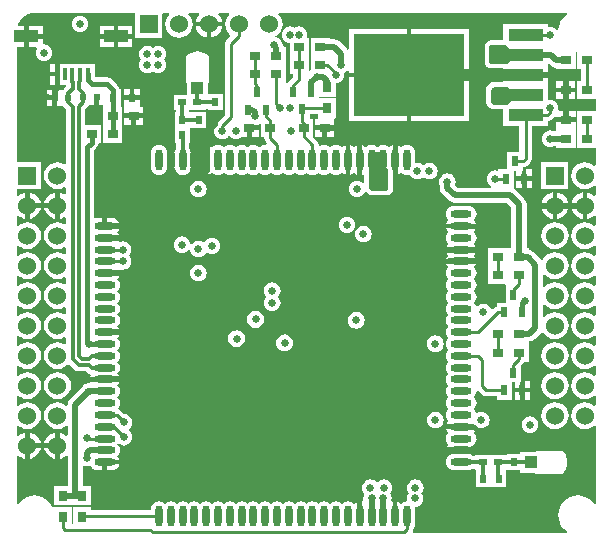
<source format=gtl>
%FSLAX25Y25*%
%MOIN*%
G70*
G01*
G75*
G04 Layer_Physical_Order=1*
G04 Layer_Color=255*
%ADD10R,0.02000X0.02500*%
%ADD11R,0.02500X0.02000*%
%ADD12R,0.02200X0.03300*%
%ADD13R,0.03500X0.03000*%
%ADD14R,0.03000X0.03500*%
%ADD15R,0.02362X0.02756*%
%ADD16R,0.01575X0.03937*%
%ADD17R,0.07874X0.03937*%
%ADD18R,0.11811X0.04213*%
%ADD19R,0.08661X0.04134*%
%ADD20R,0.04331X0.03937*%
%ADD21R,0.03937X0.04331*%
%ADD22R,0.04134X0.08661*%
%ADD23R,0.37008X0.27559*%
%ADD24O,0.02362X0.07087*%
%ADD25O,0.07087X0.02362*%
%ADD26R,0.01969X0.02362*%
%ADD27C,0.01200*%
%ADD28C,0.01000*%
%ADD29C,0.02000*%
%ADD30C,0.00600*%
%ADD31C,0.01500*%
%ADD32C,0.01300*%
%ADD33C,0.04000*%
%ADD34C,0.06000*%
%ADD35R,0.06000X0.06000*%
%ADD36R,0.06000X0.06000*%
%ADD37C,0.02500*%
G36*
X164900Y164400D02*
X166300Y163000D01*
X170635D01*
X170978Y162636D01*
X170800Y159700D01*
X166700D01*
X166200Y159200D01*
X165300Y158300D01*
X159900D01*
X159500Y158700D01*
Y163400D01*
Y164200D01*
X159900Y164600D01*
X164700D01*
X164900Y164400D01*
D02*
G37*
G36*
X7874Y175228D02*
X41500D01*
Y167000D01*
X50500D01*
Y174875D01*
X50854Y175228D01*
X52689D01*
X52850Y174755D01*
X52791Y174709D01*
X52069Y173769D01*
X51616Y172675D01*
X51461Y171500D01*
X51616Y170325D01*
X52069Y169231D01*
X52791Y168291D01*
X53731Y167569D01*
X54825Y167116D01*
X56000Y166961D01*
X57175Y167116D01*
X58269Y167569D01*
X59209Y168291D01*
X59931Y169231D01*
X60384Y170325D01*
X60539Y171500D01*
X60384Y172675D01*
X59931Y173769D01*
X59209Y174709D01*
X59150Y174755D01*
X59311Y175228D01*
X62689D01*
X62849Y174755D01*
X62791Y174709D01*
X62069Y173769D01*
X61616Y172675D01*
X61560Y172250D01*
X70440D01*
X70384Y172675D01*
X69931Y173769D01*
X69209Y174709D01*
X69151Y174755D01*
X69311Y175228D01*
X72689D01*
X72850Y174755D01*
X72791Y174709D01*
X72069Y173769D01*
X71616Y172675D01*
X71461Y171500D01*
X71616Y170325D01*
X72069Y169231D01*
X72791Y168291D01*
X73121Y168037D01*
X73154Y167538D01*
X72058Y166442D01*
X71616Y165780D01*
X71461Y165000D01*
Y162431D01*
Y141345D01*
X69058Y138942D01*
X68616Y138280D01*
X68555Y137974D01*
X68539Y137961D01*
X68098Y137387D01*
X68076Y137334D01*
D01*
X67821Y136718D01*
X67726Y136000D01*
X67821Y135282D01*
X68098Y134613D01*
X68539Y134039D01*
X69113Y133598D01*
X69782Y133321D01*
X70500Y133226D01*
X71218Y133321D01*
X71887Y133598D01*
X72461Y134039D01*
X72500Y134089D01*
X73000D01*
X73039Y134039D01*
X73613Y133598D01*
X74282Y133321D01*
X75000Y133226D01*
X75718Y133321D01*
X76387Y133598D01*
X76935Y134018D01*
X78763D01*
Y137019D01*
X79512D01*
Y137768D01*
X82763D01*
Y138124D01*
X83187Y138388D01*
X83263Y138351D01*
Y134018D01*
X84473D01*
Y133530D01*
X84473Y133530D01*
X84473D01*
X84629Y132750D01*
X85071Y132088D01*
X85411Y131748D01*
X85190Y131299D01*
X84776Y131354D01*
X84076Y131262D01*
X83424Y130992D01*
X82863Y130562D01*
X82751D01*
X82191Y130992D01*
X81538Y131262D01*
X80839Y131354D01*
X80139Y131262D01*
X79487Y130992D01*
X78926Y130562D01*
X78814D01*
X78254Y130992D01*
X77601Y131262D01*
X76902Y131354D01*
X76202Y131262D01*
X75550Y130992D01*
X74989Y130562D01*
X74877D01*
X74317Y130992D01*
X73664Y131262D01*
X72965Y131354D01*
X72265Y131262D01*
X71612Y130992D01*
X71052Y130562D01*
X70940D01*
X70380Y130992D01*
X69727Y131262D01*
X69028Y131354D01*
X68328Y131262D01*
X67675Y130992D01*
X67115Y130562D01*
X67003D01*
X66564Y130898D01*
X66200Y130534D01*
Y124534D01*
Y122151D01*
X65841Y121792D01*
Y121334D01*
X66443Y121583D01*
X67003Y122013D01*
X67115D01*
X67675Y121583D01*
X68328Y121313D01*
X69028Y121221D01*
X69727Y121313D01*
X70380Y121583D01*
X70940Y122013D01*
X71052D01*
X71612Y121583D01*
X72265Y121313D01*
X72965Y121221D01*
X73664Y121313D01*
X74317Y121583D01*
X74877Y122013D01*
X74989D01*
X75550Y121583D01*
X76202Y121313D01*
X76902Y121221D01*
X77601Y121313D01*
X78254Y121583D01*
X78814Y122013D01*
X78926D01*
X79487Y121583D01*
X80139Y121313D01*
X80839Y121221D01*
X81538Y121313D01*
X82191Y121583D01*
X82751Y122013D01*
X82863D01*
X83424Y121583D01*
X84076Y121313D01*
X84776Y121221D01*
X85475Y121313D01*
X86128Y121583D01*
X86688Y122013D01*
X86800D01*
X87361Y121583D01*
X88013Y121313D01*
X88713Y121221D01*
X89412Y121313D01*
X90065Y121583D01*
X90625Y122013D01*
X90737D01*
X91298Y121583D01*
X91950Y121313D01*
X92650Y121221D01*
X93349Y121313D01*
X94002Y121583D01*
X94562Y122013D01*
X94674D01*
X95235Y121583D01*
X95887Y121313D01*
X96587Y121221D01*
X97286Y121313D01*
X97939Y121583D01*
X98499Y122013D01*
X98611D01*
X99172Y121583D01*
X99824Y121313D01*
X100524Y121221D01*
X101224Y121313D01*
X101876Y121583D01*
X102436Y122013D01*
X102548D01*
X103109Y121583D01*
X103761Y121313D01*
X104461Y121221D01*
X105160Y121313D01*
X105813Y121583D01*
X106373Y122013D01*
X106485D01*
X107045Y121583D01*
X107698Y121313D01*
X108398Y121221D01*
X109098Y121313D01*
X109750Y121583D01*
X110310Y122013D01*
X110423D01*
X110983Y121583D01*
X111585Y121334D01*
Y126286D01*
Y131241D01*
X110983Y130992D01*
X110423Y130562D01*
X110310D01*
X109750Y130992D01*
X109098Y131262D01*
X108398Y131354D01*
X107698Y131262D01*
X107045Y130992D01*
X106485Y130562D01*
X106373D01*
X105813Y130992D01*
X105160Y131262D01*
X104461Y131354D01*
X103761Y131262D01*
X103109Y130992D01*
X102996Y130905D01*
X102563Y131119D01*
X102408Y131899D01*
X101965Y132561D01*
X101965Y132561D01*
D01*
D01*
D01*
D01*
X101965Y132561D01*
D01*
D01*
X101965D01*
X100702Y133824D01*
X100782Y134018D01*
X100782D01*
X100782Y134018D01*
Y140018D01*
X99632D01*
Y141389D01*
X102437D01*
Y140372D01*
X102437Y140372D01*
X102437D01*
X102437Y140345D01*
X102111Y140018D01*
X101282D01*
Y137768D01*
X107782D01*
Y139991D01*
X107782Y139991D01*
D01*
D01*
X107782Y140018D01*
D01*
X108109Y140345D01*
X108437D01*
Y146844D01*
X102632D01*
Y147345D01*
X108437D01*
Y151939D01*
X109055Y152021D01*
X109724Y152298D01*
X110298Y152739D01*
X110739Y153313D01*
X111016Y153982D01*
X111111Y154700D01*
X111043Y155214D01*
X111487Y155398D01*
X112061Y155839D01*
X112172Y155983D01*
X112645Y155822D01*
Y155270D01*
X131899D01*
Y169799D01*
X112645D01*
Y163152D01*
X112167Y163007D01*
X111902Y163402D01*
X109502Y165802D01*
X108675Y166355D01*
X107700Y166549D01*
X106393D01*
Y167000D01*
X99892D01*
Y161000D01*
Y156287D01*
X99486Y155996D01*
X99392Y156027D01*
Y161000D01*
Y167000D01*
X99021D01*
X98692Y167376D01*
X98774Y168000D01*
X98679Y168718D01*
X98402Y169387D01*
X97961Y169961D01*
X97387Y170402D01*
X96718Y170679D01*
X96000Y170774D01*
X95282Y170679D01*
X94613Y170402D01*
X94500Y170315D01*
X94387Y170402D01*
X93718Y170679D01*
X93000Y170774D01*
X92282Y170679D01*
X91613Y170402D01*
X91039Y169961D01*
X90598Y169387D01*
X90321Y168718D01*
X90226Y168000D01*
X90321Y167282D01*
X90598Y166613D01*
X91039Y166039D01*
X91613Y165598D01*
X92282Y165321D01*
X92892Y165240D01*
Y161000D01*
Y155000D01*
X94103D01*
Y153987D01*
X92590Y152474D01*
X92290Y152024D01*
X91693D01*
Y158000D01*
Y164000D01*
X90932D01*
X90797Y164675D01*
X90245Y165502D01*
X90175Y165573D01*
X90045Y165887D01*
X89604Y166461D01*
X89029Y166902D01*
X88360Y167179D01*
X87643Y167274D01*
X87643Y167274D01*
X87634Y167306D01*
X88269Y167569D01*
X89209Y168291D01*
X89931Y169231D01*
X90384Y170325D01*
X90539Y171500D01*
X90384Y172675D01*
X89931Y173769D01*
X89209Y174709D01*
X89151Y174755D01*
X89311Y175228D01*
X185214Y175228D01*
X185335Y174743D01*
X185334Y174742D01*
X184341Y173927D01*
X183525Y172934D01*
X182919Y171800D01*
X182546Y170570D01*
X182452Y169609D01*
X181971Y169472D01*
X181698Y169827D01*
X181124Y170268D01*
X180455Y170545D01*
X179737Y170640D01*
X179318Y170585D01*
X178943Y170914D01*
Y171473D01*
X164131D01*
Y166129D01*
X159900D01*
X159315Y166013D01*
X158819Y165681D01*
X158419Y165281D01*
X158087Y164785D01*
X157971Y164200D01*
Y163400D01*
Y158700D01*
X158087Y158115D01*
X158419Y157619D01*
X158819Y157219D01*
X159315Y156887D01*
X159900Y156771D01*
X164131D01*
Y155230D01*
X178943D01*
Y157567D01*
Y158099D01*
X179404Y158291D01*
X179903Y157792D01*
X180730Y157239D01*
X181705Y157045D01*
X181750D01*
Y156595D01*
X188250D01*
Y162435D01*
X188293Y162473D01*
X188750Y162271D01*
Y156595D01*
X189961D01*
Y152594D01*
X188687D01*
Y146595D01*
X194913D01*
Y142700D01*
X188750D01*
Y136700D01*
X188750Y136700D01*
X188750Y136294D01*
X188750D01*
Y130295D01*
X194913D01*
Y124504D01*
X194465Y124282D01*
X193620Y124931D01*
X192525Y125384D01*
X191350Y125539D01*
X190176Y125384D01*
X189081Y124931D01*
X188141Y124209D01*
X187420Y123269D01*
X186966Y122175D01*
X186812Y121000D01*
X186966Y119825D01*
X187420Y118731D01*
X188141Y117791D01*
X189081Y117069D01*
X190176Y116616D01*
X191350Y116461D01*
X192525Y116616D01*
X193620Y117069D01*
X194465Y117718D01*
X194913Y117496D01*
Y114504D01*
X194465Y114282D01*
X193620Y114931D01*
X192525Y115384D01*
X192100Y115440D01*
Y110999D01*
Y106560D01*
X192525Y106616D01*
X193620Y107069D01*
X194465Y107718D01*
X194913Y107496D01*
Y104504D01*
X194465Y104282D01*
X193620Y104931D01*
X192525Y105384D01*
X191350Y105539D01*
X190176Y105384D01*
X189081Y104931D01*
X188141Y104209D01*
X187420Y103269D01*
X186966Y102175D01*
X186812Y101000D01*
X186966Y99825D01*
X187420Y98731D01*
X188141Y97791D01*
X189081Y97069D01*
X190176Y96616D01*
X191350Y96461D01*
X192525Y96616D01*
X193620Y97069D01*
X194465Y97718D01*
X194913Y97496D01*
Y94504D01*
X194465Y94282D01*
X193620Y94931D01*
X192525Y95384D01*
X191350Y95539D01*
X190176Y95384D01*
X189081Y94931D01*
X188141Y94209D01*
X187420Y93269D01*
X186966Y92175D01*
X186812Y91000D01*
X186966Y89825D01*
X187420Y88731D01*
X188141Y87791D01*
X189081Y87069D01*
X190176Y86616D01*
X191350Y86461D01*
X192525Y86616D01*
X193620Y87069D01*
X194465Y87718D01*
X194913Y87496D01*
Y84504D01*
X194465Y84282D01*
X193620Y84931D01*
X192525Y85384D01*
X191350Y85539D01*
X190176Y85384D01*
X189081Y84931D01*
X188141Y84209D01*
X187420Y83269D01*
X186966Y82175D01*
X186812Y81000D01*
X186966Y79825D01*
X187420Y78731D01*
X188141Y77791D01*
X189081Y77069D01*
X190176Y76616D01*
X191350Y76461D01*
X192525Y76616D01*
X193620Y77069D01*
X194465Y77718D01*
X194913Y77496D01*
Y74504D01*
X194465Y74282D01*
X193620Y74931D01*
X192525Y75384D01*
X191350Y75539D01*
X190176Y75384D01*
X189081Y74931D01*
X188141Y74209D01*
X187420Y73269D01*
X186966Y72175D01*
X186812Y71000D01*
X186966Y69825D01*
X187420Y68731D01*
X188141Y67791D01*
X189081Y67069D01*
X190176Y66616D01*
X191350Y66461D01*
X192525Y66616D01*
X193620Y67069D01*
X194465Y67718D01*
X194913Y67496D01*
Y64504D01*
X194465Y64282D01*
X193620Y64931D01*
X192525Y65384D01*
X191350Y65539D01*
X190176Y65384D01*
X189081Y64931D01*
X188141Y64209D01*
X187420Y63269D01*
X186966Y62175D01*
X186812Y61000D01*
X186966Y59825D01*
X187420Y58731D01*
X188141Y57791D01*
X189081Y57069D01*
X190176Y56616D01*
X191350Y56461D01*
X192525Y56616D01*
X193620Y57069D01*
X194465Y57718D01*
X194913Y57496D01*
Y54504D01*
X194465Y54282D01*
X193620Y54931D01*
X192525Y55384D01*
X191350Y55539D01*
X190176Y55384D01*
X189081Y54931D01*
X188141Y54209D01*
X187420Y53269D01*
X186966Y52175D01*
X186812Y51000D01*
X186966Y49825D01*
X187420Y48731D01*
X188141Y47791D01*
X189081Y47069D01*
X190176Y46616D01*
X191350Y46461D01*
X192525Y46616D01*
X193620Y47069D01*
X194465Y47718D01*
X194913Y47496D01*
Y44504D01*
X194465Y44282D01*
X193620Y44931D01*
X192525Y45384D01*
X191350Y45539D01*
X190176Y45384D01*
X189081Y44931D01*
X188141Y44209D01*
X187420Y43269D01*
X186966Y42175D01*
X186812Y41000D01*
X186966Y39825D01*
X187420Y38731D01*
X188141Y37791D01*
X189081Y37069D01*
X190176Y36616D01*
X191350Y36461D01*
X192525Y36616D01*
X193620Y37069D01*
D01*
X193620D01*
X194465Y37718D01*
X194913Y37496D01*
Y11637D01*
X194428Y11515D01*
X194428Y11516D01*
X193612Y12510D01*
X193612D01*
D01*
X192619Y13325D01*
X191485Y13931D01*
X190255Y14304D01*
X188976Y14430D01*
X187697Y14304D01*
X186468Y13931D01*
X185334Y13325D01*
X184341Y12510D01*
X183525Y11516D01*
X182919Y10383D01*
X182546Y9153D01*
X182420Y7874D01*
X182546Y6595D01*
X182919Y5365D01*
X183525Y4232D01*
X184341Y3238D01*
X185334Y2423D01*
X185335Y2422D01*
D01*
D01*
X185315Y2342D01*
X185214Y1937D01*
X134127D01*
X133891Y2378D01*
X133904Y2397D01*
X134059Y3177D01*
Y3281D01*
X134362Y3675D01*
X134632Y4328D01*
X134724Y5028D01*
Y9752D01*
X134632Y10452D01*
X134592Y10547D01*
X134646Y10616D01*
X135364Y10711D01*
X136032Y10988D01*
X136607Y11428D01*
X137048Y12003D01*
X137325Y12672D01*
X137419Y13390D01*
X137325Y14108D01*
X137048Y14777D01*
X136825Y15067D01*
X137245Y15613D01*
X137522Y16282D01*
X137616Y17000D01*
X137522Y17718D01*
X137245Y18387D01*
X136804Y18961D01*
X136229Y19402D01*
X135560Y19679D01*
X134843Y19774D01*
X134125Y19679D01*
X133456Y19402D01*
X132881Y18961D01*
X132440Y18387D01*
X132163Y17718D01*
X132069Y17000D01*
X132163Y16282D01*
X132440Y15613D01*
X132663Y15323D01*
X132244Y14777D01*
X131966Y14108D01*
X131872Y13390D01*
X131949Y12804D01*
X131645Y12407D01*
X131320Y12364D01*
X130668Y12094D01*
X130107Y11664D01*
X129995D01*
X129435Y12094D01*
X128833Y12343D01*
Y7389D01*
X127333D01*
Y12344D01*
X127366Y12358D01*
X127163D01*
X126833Y12733D01*
X126919Y13390D01*
X126825Y14108D01*
X126548Y14777D01*
X126325Y15067D01*
X126745Y15613D01*
X127022Y16282D01*
X127116Y17000D01*
X127022Y17718D01*
X126745Y18387D01*
X126304Y18961D01*
X125729Y19402D01*
X125060Y19679D01*
X124343Y19774D01*
X123625Y19679D01*
X122956Y19402D01*
X122381Y18961D01*
X122343Y18911D01*
X121843D01*
X121804Y18961D01*
X121229Y19402D01*
X120560Y19679D01*
X119843Y19774D01*
X119125Y19679D01*
X118456Y19402D01*
X117881Y18961D01*
X117440Y18387D01*
X117163Y17718D01*
X117069Y17000D01*
X117163Y16282D01*
X117440Y15613D01*
X117881Y15039D01*
X117961Y14978D01*
X117806Y14777D01*
X117529Y14108D01*
X117435Y13390D01*
X117521Y12733D01*
X117192Y12358D01*
X116988D01*
X117022Y12344D01*
Y7389D01*
X115522D01*
Y12343D01*
X114919Y12094D01*
X114359Y11664D01*
X114247D01*
X113687Y12094D01*
X113035Y12364D01*
X112335Y12456D01*
X111635Y12364D01*
X110983Y12094D01*
X110423Y11664D01*
X110310D01*
X109750Y12094D01*
X109098Y12364D01*
X108398Y12456D01*
X107698Y12364D01*
X107045Y12094D01*
X106485Y11664D01*
X106373D01*
X105813Y12094D01*
X105160Y12364D01*
X104461Y12456D01*
X103761Y12364D01*
X103109Y12094D01*
X102548Y11664D01*
X102436D01*
X101876Y12094D01*
X101224Y12364D01*
X100524Y12456D01*
X99824Y12364D01*
X99172Y12094D01*
X98611Y11664D01*
X98499D01*
X97939Y12094D01*
X97286Y12364D01*
X96587Y12456D01*
X95887Y12364D01*
X95235Y12094D01*
X94674Y11664D01*
X94562D01*
X94002Y12094D01*
X93349Y12364D01*
X92650Y12456D01*
X91950Y12364D01*
X91298Y12094D01*
X90737Y11664D01*
X90625D01*
X90065Y12094D01*
X89412Y12364D01*
X88713Y12456D01*
X88013Y12364D01*
X87361Y12094D01*
X86800Y11664D01*
X86688D01*
X86128Y12094D01*
X85475Y12364D01*
X84776Y12456D01*
X84076Y12364D01*
X83424Y12094D01*
X82863Y11664D01*
X82751D01*
X82191Y12094D01*
X81538Y12364D01*
X80839Y12456D01*
X80139Y12364D01*
X79487Y12094D01*
X78926Y11664D01*
X78814D01*
X78254Y12094D01*
X77601Y12364D01*
X76902Y12456D01*
X76202Y12364D01*
X75550Y12094D01*
X74989Y11664D01*
X74877D01*
X74317Y12094D01*
X73664Y12364D01*
X72965Y12456D01*
X72265Y12364D01*
X71612Y12094D01*
X71052Y11664D01*
X70940D01*
X70380Y12094D01*
X69727Y12364D01*
X69028Y12456D01*
X68328Y12364D01*
X67675Y12094D01*
X67115Y11664D01*
X67003D01*
X66443Y12094D01*
X65790Y12364D01*
X65091Y12456D01*
X64391Y12364D01*
X63738Y12094D01*
X63178Y11664D01*
X63066D01*
X62506Y12094D01*
X61853Y12364D01*
X61154Y12456D01*
X60454Y12364D01*
X59801Y12094D01*
X59241Y11664D01*
X59129D01*
Y11664D01*
X58569Y12094D01*
X57916Y12364D01*
X57217Y12456D01*
X56517Y12364D01*
X55864Y12094D01*
X55304Y11664D01*
Y11664D01*
X55192D01*
X54632Y12094D01*
X53979Y12364D01*
X53280Y12456D01*
X52580Y12364D01*
X51927Y12094D01*
X51367Y11664D01*
Y11664D01*
X51255D01*
X50695Y12094D01*
X50042Y12364D01*
X49343Y12456D01*
X48643Y12364D01*
X47990Y12094D01*
X47430Y11664D01*
X47001Y11104D01*
X46730Y10452D01*
X46638Y9752D01*
Y9429D01*
X26850D01*
Y10616D01*
X20850D01*
Y5039D01*
X20350D01*
Y10616D01*
X14350D01*
Y10616D01*
X13806D01*
X13325Y11516D01*
X12510Y12510D01*
X11516Y13325D01*
X10383Y13931D01*
X9153Y14304D01*
X7874Y14430D01*
X6595Y14304D01*
X5365Y13931D01*
X4232Y13325D01*
X3238Y12510D01*
X2423Y11516D01*
X2422Y11515D01*
X1937Y11637D01*
Y27496D01*
X2386Y27718D01*
X3231Y27069D01*
X4325Y26616D01*
X4750Y26560D01*
Y30999D01*
Y35440D01*
X4325Y35384D01*
X3231Y34931D01*
X2386Y34282D01*
X1937Y34504D01*
Y37496D01*
X2386Y37718D01*
X3231Y37069D01*
X4325Y36616D01*
X5500Y36461D01*
X6675Y36616D01*
X7769Y37069D01*
X8709Y37791D01*
X9431Y38731D01*
X9884Y39825D01*
X10039Y41000D01*
X9884Y42175D01*
X9431Y43269D01*
X8709Y44209D01*
X7769Y44931D01*
X6675Y45384D01*
X5500Y45539D01*
X4325Y45384D01*
X3231Y44931D01*
X2386Y44282D01*
X1937Y44504D01*
Y47496D01*
X2386Y47718D01*
X3231Y47069D01*
X4325Y46616D01*
X5500Y46461D01*
X6675Y46616D01*
X7769Y47069D01*
X8709Y47791D01*
X9431Y48731D01*
X9884Y49825D01*
X10039Y51000D01*
X9884Y52175D01*
X9431Y53269D01*
X8709Y54209D01*
X7769Y54931D01*
X6675Y55384D01*
X5500Y55539D01*
X4325Y55384D01*
X3231Y54931D01*
X2386Y54282D01*
X1937Y54504D01*
Y57496D01*
X2386Y57718D01*
X3231Y57069D01*
X4325Y56616D01*
X5500Y56461D01*
X6675Y56616D01*
X7769Y57069D01*
X8709Y57791D01*
X9431Y58731D01*
X9884Y59825D01*
X10039Y61000D01*
X9884Y62175D01*
X9431Y63269D01*
X8709Y64209D01*
X7769Y64931D01*
X6675Y65384D01*
X5500Y65539D01*
X4325Y65384D01*
X3231Y64931D01*
X2386Y64282D01*
X1937Y64504D01*
Y67496D01*
X2386Y67718D01*
X3231Y67069D01*
X4325Y66616D01*
X5500Y66461D01*
X6675Y66616D01*
X7769Y67069D01*
X8709Y67791D01*
X9431Y68731D01*
X9884Y69825D01*
X10039Y71000D01*
X9884Y72175D01*
X9431Y73269D01*
X8709Y74209D01*
X7769Y74931D01*
X6675Y75384D01*
X5500Y75539D01*
X4325Y75384D01*
X3231Y74931D01*
X2386Y74282D01*
X1937Y74504D01*
Y77496D01*
X2386Y77718D01*
X3231Y77069D01*
X4325Y76616D01*
X5500Y76461D01*
X6675Y76616D01*
X7769Y77069D01*
X8709Y77791D01*
X9431Y78731D01*
X9884Y79825D01*
X10039Y81000D01*
X9884Y82175D01*
X9431Y83269D01*
X8709Y84209D01*
X7769Y84931D01*
X6675Y85384D01*
X5500Y85539D01*
X4325Y85384D01*
X3231Y84931D01*
X2386Y84282D01*
X1937Y84504D01*
Y87496D01*
X2386Y87718D01*
X3231Y87069D01*
X4325Y86616D01*
X5500Y86461D01*
X6675Y86616D01*
X7769Y87069D01*
X8709Y87791D01*
X9431Y88731D01*
X9884Y89825D01*
X10039Y91000D01*
X9884Y92175D01*
X9431Y93269D01*
X8709Y94209D01*
X7769Y94931D01*
X6675Y95384D01*
X5500Y95539D01*
X4325Y95384D01*
X3231Y94931D01*
X2386Y94282D01*
X1937Y94504D01*
Y97496D01*
X2386Y97718D01*
X3231Y97069D01*
X4325Y96616D01*
X5500Y96461D01*
X6675Y96616D01*
X7769Y97069D01*
X8709Y97791D01*
X9431Y98731D01*
X9884Y99825D01*
X10039Y101000D01*
X9884Y102175D01*
X9431Y103269D01*
X8709Y104209D01*
X7769Y104931D01*
X6675Y105384D01*
X5500Y105539D01*
X4325Y105384D01*
X3231Y104931D01*
X2386Y104282D01*
X1937Y104504D01*
Y107496D01*
X2386Y107718D01*
X3231Y107069D01*
X4325Y106616D01*
X4750Y106560D01*
Y110999D01*
Y115440D01*
X4325Y115384D01*
X3231Y114931D01*
X2386Y114282D01*
X1937Y114504D01*
Y116500D01*
X10000D01*
Y125500D01*
X1937D01*
Y163981D01*
X4392D01*
Y167449D01*
Y170918D01*
X2597D01*
X2299Y171320D01*
X2375Y171569D01*
X2925Y172599D01*
X3665Y173501D01*
X4567Y174241D01*
X5596Y174791D01*
X6713Y175130D01*
X7821Y175239D01*
X7874Y175228D01*
D02*
G37*
%LPC*%
G36*
X117500Y104274D02*
X116782Y104179D01*
X116113Y103902D01*
X115539Y103461D01*
X115098Y102887D01*
X114821Y102218D01*
X114726Y101500D01*
X114821Y100782D01*
X115098Y100113D01*
X115539Y99539D01*
X116113Y99098D01*
X116782Y98821D01*
X117500Y98726D01*
X118218Y98821D01*
X118887Y99098D01*
X119461Y99539D01*
X119902Y100113D01*
X120179Y100782D01*
X120274Y101500D01*
X120179Y102218D01*
X119902Y102887D01*
X119461Y103461D01*
X118887Y103902D01*
X118218Y104179D01*
X117500Y104274D01*
D02*
G37*
G36*
X155083Y103490D02*
X145176D01*
X145426Y102888D01*
X145855Y102328D01*
Y102215D01*
X145426Y101655D01*
X145156Y101003D01*
X145063Y100303D01*
X145156Y99603D01*
X145426Y98951D01*
X145855Y98391D01*
Y98278D01*
X145426Y97718D01*
X145176Y97116D01*
X155083D01*
X154834Y97718D01*
X154404Y98278D01*
Y98391D01*
X154834Y98951D01*
X155104Y99603D01*
X155196Y100303D01*
X155104Y101003D01*
X154834Y101655D01*
X154404Y102215D01*
Y102328D01*
X154834Y102888D01*
X155083Y103490D01*
D02*
G37*
G36*
X111996Y107274D02*
X111278Y107179D01*
X110609Y106902D01*
X110035Y106461D01*
X109594Y105887D01*
X109317Y105218D01*
X109222Y104500D01*
X109317Y103782D01*
X109594Y103113D01*
X110035Y102539D01*
X110609Y102098D01*
X111278Y101821D01*
X111996Y101726D01*
X112714Y101821D01*
X113383Y102098D01*
X113957Y102539D01*
X114398Y103113D01*
X114675Y103782D01*
X114770Y104500D01*
X114675Y105218D01*
X114398Y105887D01*
X113957Y106461D01*
X113383Y106902D01*
X112714Y107179D01*
X111996Y107274D01*
D02*
G37*
G36*
X152492Y110881D02*
X147768D01*
X147068Y110789D01*
X146416Y110519D01*
X145855Y110089D01*
X145426Y109529D01*
X145156Y108877D01*
X145063Y108177D01*
X145156Y107477D01*
X145426Y106825D01*
X145855Y106265D01*
Y106152D01*
X145855D01*
X145426Y105592D01*
X145176Y104990D01*
X155083D01*
X154834Y105592D01*
X154404Y106152D01*
Y106265D01*
X154404D01*
X154834Y106825D01*
X155104Y107477D01*
X155196Y108177D01*
X155104Y108877D01*
X154834Y109529D01*
X154404Y110089D01*
X153844Y110519D01*
X153192Y110789D01*
X152492Y110881D01*
D02*
G37*
G36*
X33595Y106945D02*
X31982D01*
Y104990D01*
X36186D01*
X35936Y105592D01*
X35507Y106152D01*
X34947Y106582D01*
X34294Y106852D01*
X33595Y106945D01*
D02*
G37*
G36*
X62500Y91274D02*
X61782Y91179D01*
X61113Y90902D01*
X60539Y90461D01*
X60098Y89887D01*
X59821Y89218D01*
X59726Y88500D01*
X59821Y87782D01*
X60098Y87113D01*
X60539Y86539D01*
X61113Y86098D01*
X61782Y85821D01*
X62500Y85726D01*
X63218Y85821D01*
X63887Y86098D01*
X64461Y86539D01*
X64902Y87113D01*
X65179Y87782D01*
X65274Y88500D01*
X65179Y89218D01*
X64902Y89887D01*
X64461Y90461D01*
X63887Y90902D01*
X63218Y91179D01*
X62500Y91274D01*
D02*
G37*
G36*
X87100Y85474D02*
X86382Y85379D01*
X85713Y85102D01*
X85139Y84661D01*
X84698Y84087D01*
X84421Y83418D01*
X84326Y82700D01*
X84421Y81982D01*
X84698Y81313D01*
X85139Y80739D01*
Y80461D01*
X84698Y79887D01*
X84421Y79218D01*
X84326Y78500D01*
X84421Y77782D01*
X84698Y77113D01*
X85139Y76539D01*
X85713Y76098D01*
X86382Y75821D01*
X87100Y75726D01*
X87818Y75821D01*
X88487Y76098D01*
X89061Y76539D01*
X89502Y77113D01*
X89779Y77782D01*
X89874Y78500D01*
X89779Y79218D01*
X89502Y79887D01*
X89061Y80461D01*
Y80739D01*
X89502Y81313D01*
X89779Y81982D01*
X89874Y82700D01*
X89779Y83418D01*
X89502Y84087D01*
X89061Y84661D01*
X88487Y85102D01*
X87818Y85379D01*
X87100Y85474D01*
D02*
G37*
G36*
X155083Y95616D02*
X145176D01*
X145426Y95014D01*
X145855Y94454D01*
Y94341D01*
X145426Y93781D01*
X145176Y93179D01*
X155083D01*
X154834Y93781D01*
X154404Y94341D01*
Y94454D01*
X154834Y95014D01*
X155083Y95616D01*
D02*
G37*
G36*
X181350Y105539D02*
X180176Y105384D01*
X179081Y104931D01*
X178141Y104209D01*
X177420Y103269D01*
X176966Y102175D01*
X176812Y101000D01*
X176966Y99825D01*
X177420Y98731D01*
X178141Y97791D01*
X179081Y97069D01*
X180176Y96616D01*
X181350Y96461D01*
X182525Y96616D01*
X183620Y97069D01*
X184560Y97791D01*
X185281Y98731D01*
X185735Y99825D01*
X185889Y101000D01*
X185735Y102175D01*
X185281Y103269D01*
X184560Y104209D01*
X183620Y104931D01*
X182525Y105384D01*
X181350Y105539D01*
D02*
G37*
G36*
X57000Y100774D02*
X56282Y100679D01*
X55613Y100402D01*
X55039Y99961D01*
X54598Y99387D01*
X54321Y98718D01*
X54226Y98000D01*
X54321Y97282D01*
X54598Y96613D01*
X55039Y96039D01*
X55613Y95598D01*
X56282Y95321D01*
X57000Y95226D01*
X57718Y95321D01*
X58387Y95598D01*
X58961Y96039D01*
X59268Y96439D01*
X59751Y96309D01*
X59821Y95782D01*
X60098Y95113D01*
X60539Y94539D01*
X61113Y94098D01*
X61782Y93821D01*
X62500Y93726D01*
X63218Y93821D01*
X63887Y94098D01*
X64461Y94539D01*
X64902Y95113D01*
X64926Y95171D01*
X65409Y95301D01*
X65550Y95192D01*
X66219Y94915D01*
X66937Y94821D01*
X67655Y94915D01*
X68324Y95192D01*
X68898Y95633D01*
X69339Y96208D01*
X69616Y96877D01*
X69711Y97594D01*
X69616Y98312D01*
X69339Y98981D01*
X68898Y99556D01*
X68324Y99997D01*
X67655Y100274D01*
X66937Y100368D01*
X66219Y100274D01*
X65550Y99997D01*
X64976Y99556D01*
X64535Y98981D01*
X64511Y98923D01*
X64028Y98794D01*
X63887Y98902D01*
X63218Y99179D01*
X62500Y99274D01*
X61782Y99179D01*
X61113Y98902D01*
X60539Y98461D01*
X60232Y98061D01*
X59749Y98191D01*
X59679Y98718D01*
X59402Y99387D01*
X58961Y99961D01*
X58387Y100402D01*
X57718Y100679D01*
X57000Y100774D01*
D02*
G37*
G36*
X9940Y110250D02*
X6250D01*
Y106560D01*
X6675Y106616D01*
X7769Y107069D01*
X8709Y107791D01*
X9431Y108731D01*
X9884Y109825D01*
X9940Y110250D01*
D02*
G37*
G36*
X14750Y115440D02*
X14325Y115384D01*
X13231Y114931D01*
X12291Y114209D01*
X11569Y113269D01*
X11116Y112175D01*
X11060Y111750D01*
X14750D01*
Y115440D01*
D02*
G37*
G36*
X6250D02*
Y111750D01*
X9940D01*
X9884Y112175D01*
X9431Y113269D01*
X8709Y114209D01*
X7769Y114931D01*
X6675Y115384D01*
X6250Y115440D01*
D02*
G37*
G36*
X180600D02*
X180176Y115384D01*
X179081Y114931D01*
X178141Y114209D01*
X177420Y113269D01*
X176966Y112175D01*
X176910Y111750D01*
X180600D01*
Y115440D01*
D02*
G37*
G36*
X190600D02*
X190176Y115384D01*
X189081Y114931D01*
X188141Y114209D01*
X187420Y113269D01*
X186966Y112175D01*
X186910Y111750D01*
X190600D01*
Y115440D01*
D02*
G37*
G36*
X182100D02*
Y111750D01*
X185791D01*
X185735Y112175D01*
X185281Y113269D01*
X184560Y114209D01*
X183620Y114931D01*
X182525Y115384D01*
X182100Y115440D01*
D02*
G37*
G36*
X14750Y110250D02*
X11060D01*
X11116Y109825D01*
X11569Y108731D01*
X12291Y107791D01*
X13231Y107069D01*
X14325Y106616D01*
X14750Y106560D01*
Y110250D01*
D02*
G37*
G36*
X62500Y119274D02*
X61782Y119179D01*
X61113Y118902D01*
X60539Y118461D01*
X60098Y117887D01*
X59821Y117218D01*
X59726Y116500D01*
X59821Y115782D01*
X60098Y115113D01*
X60539Y114539D01*
X61113Y114098D01*
X61782Y113821D01*
X62500Y113726D01*
X63218Y113821D01*
X63887Y114098D01*
X64461Y114539D01*
X64902Y115113D01*
X65179Y115782D01*
X65274Y116500D01*
X65179Y117218D01*
X64902Y117887D01*
X64461Y118461D01*
X63887Y118902D01*
X63218Y119179D01*
X62500Y119274D01*
D02*
G37*
G36*
X180600Y110250D02*
X176910D01*
X176966Y109825D01*
X177420Y108731D01*
X178141Y107791D01*
X179081Y107069D01*
X180176Y106616D01*
X180600Y106560D01*
Y110250D01*
D02*
G37*
G36*
X190600D02*
X186910D01*
X186966Y109825D01*
X187420Y108731D01*
X188141Y107791D01*
X189081Y107069D01*
X190176Y106616D01*
X190600Y106560D01*
Y110250D01*
D02*
G37*
G36*
X185791D02*
X182100D01*
Y106560D01*
X182525Y106616D01*
X183620Y107069D01*
X184560Y107791D01*
X185281Y108731D01*
X185735Y109825D01*
X185791Y110250D01*
D02*
G37*
G36*
X81537Y75831D02*
X80819Y75737D01*
X80150Y75460D01*
X79576Y75019D01*
X79135Y74444D01*
X78858Y73775D01*
X78763Y73058D01*
X78858Y72340D01*
X79135Y71671D01*
X79576Y71096D01*
X80150Y70655D01*
X80819Y70378D01*
X81537Y70284D01*
X82255Y70378D01*
X82924Y70655D01*
X83498Y71096D01*
X83939Y71671D01*
X84216Y72340D01*
X84311Y73058D01*
X84216Y73775D01*
X83939Y74444D01*
X83498Y75019D01*
X82924Y75460D01*
X82255Y75737D01*
X81537Y75831D01*
D02*
G37*
G36*
X14750Y35440D02*
X14325Y35384D01*
X13231Y34931D01*
X12291Y34209D01*
X11569Y33269D01*
X11116Y32175D01*
X11060Y31750D01*
X14750D01*
Y35440D01*
D02*
G37*
G36*
X6250D02*
Y31750D01*
X9940D01*
X9884Y32175D01*
X9431Y33269D01*
X8709Y34209D01*
X7769Y34931D01*
X6675Y35384D01*
X6250Y35440D01*
D02*
G37*
G36*
X172996Y40778D02*
X172278Y40683D01*
X171609Y40406D01*
X171035Y39965D01*
X170594Y39391D01*
X170317Y38722D01*
X170222Y38004D01*
X170317Y37286D01*
X170594Y36617D01*
X171035Y36043D01*
X171609Y35602D01*
X172278Y35325D01*
X172996Y35230D01*
X173714Y35325D01*
X173810Y35364D01*
X174383Y35602D01*
X174957Y36043D01*
X175398Y36617D01*
X175675Y37286D01*
X175770Y38004D01*
X175675Y38722D01*
X175398Y39391D01*
X174957Y39965D01*
X174383Y40406D01*
X173714Y40683D01*
X172996Y40778D01*
D02*
G37*
G36*
X141496Y42274D02*
X140778Y42179D01*
X140109Y41902D01*
X139535Y41461D01*
X139094Y40887D01*
X138817Y40218D01*
X138722Y39500D01*
X138817Y38782D01*
X139094Y38113D01*
X139535Y37539D01*
X140109Y37098D01*
X140778Y36821D01*
X141496Y36726D01*
X142214Y36821D01*
X142883Y37098D01*
X143457Y37539D01*
X143898Y38113D01*
X144175Y38782D01*
X144270Y39500D01*
X144175Y40218D01*
X143898Y40887D01*
X143457Y41461D01*
X142883Y41902D01*
X142214Y42179D01*
X141496Y42274D01*
D02*
G37*
G36*
X181350Y45539D02*
X180176Y45384D01*
X179081Y44931D01*
X178141Y44209D01*
X177420Y43269D01*
X176966Y42175D01*
X176812Y41000D01*
X176966Y39825D01*
X177420Y38731D01*
X178141Y37791D01*
X179081Y37069D01*
X180176Y36616D01*
X181350Y36461D01*
X182525Y36616D01*
X183620Y37069D01*
X184560Y37791D01*
X185281Y38731D01*
X185735Y39825D01*
X185889Y41000D01*
X185735Y42175D01*
X185281Y43269D01*
X184560Y44209D01*
X183620Y44931D01*
X182525Y45384D01*
X181350Y45539D01*
D02*
G37*
G36*
X9940Y30250D02*
X6250D01*
Y26560D01*
X6675Y26616D01*
X7769Y27069D01*
X8709Y27791D01*
X9431Y28731D01*
X9884Y29825D01*
X9940Y30250D01*
D02*
G37*
G36*
X36186Y24750D02*
X31982D01*
Y22796D01*
X33595D01*
X34294Y22888D01*
X34947Y23158D01*
X35507Y23588D01*
X35936Y24148D01*
X36186Y24750D01*
D02*
G37*
G36*
X14750Y30250D02*
X11060D01*
X11116Y29825D01*
X11569Y28731D01*
X12291Y27791D01*
X13231Y27069D01*
X14325Y26616D01*
X14750Y26560D01*
Y30250D01*
D02*
G37*
G36*
X155083Y36561D02*
X145176D01*
X145426Y35959D01*
X145855Y35399D01*
Y35286D01*
X145426Y34726D01*
X145156Y34074D01*
X145063Y33374D01*
X145156Y32674D01*
X145426Y32022D01*
X145855Y31462D01*
Y31349D01*
X145426Y30789D01*
X145347Y30600D01*
X153251D01*
X153421Y30857D01*
X153844Y31032D01*
X154404Y31462D01*
X154834Y32022D01*
X155104Y32674D01*
X155196Y33374D01*
X155104Y34074D01*
X154834Y34726D01*
X154404Y35286D01*
Y35399D01*
X154834Y35959D01*
X155083Y36561D01*
D02*
G37*
G36*
X179500Y31328D02*
X178363Y31216D01*
X177270Y30884D01*
X176262Y30346D01*
X175379Y29621D01*
X174843Y28969D01*
X169535D01*
Y28250D01*
X165330D01*
Y28000D01*
X165180D01*
Y28000D01*
X154680D01*
Y27692D01*
X154040D01*
X153844Y27842D01*
X153192Y28112D01*
X152492Y28204D01*
X147768D01*
X147068Y28112D01*
X146416Y27842D01*
X145855Y27412D01*
X145426Y26852D01*
X145156Y26200D01*
X145063Y25500D01*
X145156Y24800D01*
X145426Y24148D01*
X145855Y23588D01*
X146416Y23158D01*
X147068Y22888D01*
X147768Y22796D01*
X152492D01*
X153192Y22888D01*
X153844Y23158D01*
X154040Y23308D01*
X154680D01*
Y23000D01*
X154930D01*
Y22750D01*
X154930D01*
Y17250D01*
X159930D01*
Y17250D01*
X159930D01*
X159930Y17250D01*
X160030D01*
Y17250D01*
X165030D01*
Y17750D01*
Y22750D01*
X165330D01*
X165330Y22750D01*
X169535D01*
Y22031D01*
X174843D01*
X175379Y21379D01*
X176262Y20654D01*
X177270Y20116D01*
X178363Y19784D01*
X179500Y19672D01*
X180637Y19784D01*
X181730Y20116D01*
X182738Y20654D01*
X183621Y21379D01*
X184346Y22262D01*
X184884Y23270D01*
X185216Y24363D01*
X185328Y25500D01*
X185216Y26637D01*
X184947Y27525D01*
X184884Y27730D01*
Y27730D01*
X184346Y28738D01*
X183621Y29621D01*
X182738Y30346D01*
X181730Y30884D01*
X180637Y31216D01*
X179500Y31328D01*
D02*
G37*
G36*
X169750Y48750D02*
X167900D01*
Y46350D01*
X169750D01*
Y48750D01*
D02*
G37*
G36*
X141496Y67778D02*
X140778Y67683D01*
X140109Y67406D01*
X139535Y66965D01*
X139094Y66391D01*
X138817Y65722D01*
X138722Y65004D01*
X138817Y64286D01*
X139094Y63617D01*
X139535Y63043D01*
X140109Y62602D01*
X140778Y62325D01*
X141496Y62230D01*
X142214Y62325D01*
X142883Y62602D01*
X143457Y63043D01*
X143898Y63617D01*
X144175Y64286D01*
X144270Y65004D01*
X144175Y65722D01*
X143898Y66391D01*
X143457Y66965D01*
X142883Y67406D01*
X142214Y67683D01*
X141496Y67778D01*
D02*
G37*
G36*
X181350Y65539D02*
X180176Y65384D01*
X179081Y64931D01*
X178141Y64209D01*
X177420Y63269D01*
X176966Y62175D01*
X176812Y61000D01*
X176966Y59825D01*
X177420Y58731D01*
X178141Y57791D01*
X179081Y57069D01*
X180176Y56616D01*
X181350Y56461D01*
X182525Y56616D01*
X183620Y57069D01*
X184560Y57791D01*
X185281Y58731D01*
X185735Y59825D01*
X185889Y61000D01*
X185735Y62175D01*
X185281Y63269D01*
X184560Y64209D01*
X183620Y64931D01*
X182525Y65384D01*
X181350Y65539D01*
D02*
G37*
G36*
X91202Y68067D02*
X90484Y67972D01*
X89815Y67695D01*
X89240Y67254D01*
X88799Y66680D01*
X88522Y66011D01*
X88428Y65293D01*
X88522Y64575D01*
X88799Y63906D01*
X89240Y63332D01*
X89815Y62891D01*
X90484Y62614D01*
X91202Y62519D01*
X91919Y62614D01*
X92588Y62891D01*
X93163Y63332D01*
X93604Y63906D01*
X93881Y64575D01*
X93975Y65293D01*
X93881Y66011D01*
X93604Y66680D01*
X93163Y67254D01*
X92588Y67695D01*
X91919Y67972D01*
X91202Y68067D01*
D02*
G37*
G36*
X115143Y75515D02*
X114425Y75420D01*
X113756Y75143D01*
X113181Y74702D01*
X112740Y74128D01*
X112463Y73459D01*
X112369Y72741D01*
X112463Y72023D01*
X112740Y71354D01*
X113181Y70780D01*
X113756Y70339D01*
X114425Y70062D01*
X115143Y69967D01*
X115860Y70062D01*
X116529Y70339D01*
X117104Y70780D01*
X117545Y71354D01*
X117822Y72023D01*
X117916Y72741D01*
X117822Y73459D01*
X117545Y74128D01*
X117104Y74702D01*
X116529Y75143D01*
X115860Y75420D01*
X115143Y75515D01*
D02*
G37*
G36*
X75200Y69474D02*
X74482Y69379D01*
X73813Y69102D01*
X73239Y68661D01*
X72798Y68087D01*
X72521Y67418D01*
X72426Y66700D01*
X72521Y65982D01*
X72798Y65313D01*
X73239Y64739D01*
X73813Y64298D01*
X74482Y64021D01*
X75200Y63926D01*
X75918Y64021D01*
X76587Y64298D01*
X77161Y64739D01*
X77602Y65313D01*
X77879Y65982D01*
X77974Y66700D01*
X77879Y67418D01*
X77602Y68087D01*
X77161Y68661D01*
X76587Y69102D01*
X75918Y69379D01*
X75200Y69474D01*
D02*
G37*
G36*
X15500Y55539D02*
X14325Y55384D01*
X13231Y54931D01*
X12291Y54209D01*
X11569Y53269D01*
X11116Y52175D01*
X10961Y51000D01*
X11116Y49825D01*
X11569Y48731D01*
X12291Y47791D01*
X13231Y47069D01*
X14325Y46616D01*
X15500Y46461D01*
X16675Y46616D01*
X17769Y47069D01*
X18709Y47791D01*
X19431Y48731D01*
X19884Y49825D01*
X20039Y51000D01*
X19884Y52175D01*
X19431Y53269D01*
X18709Y54209D01*
X17769Y54931D01*
X16675Y55384D01*
X15500Y55539D01*
D02*
G37*
G36*
X173100Y48750D02*
X171250D01*
Y46350D01*
X173100D01*
Y48750D01*
D02*
G37*
G36*
X181350Y55539D02*
X180176Y55384D01*
X179081Y54931D01*
X178141Y54209D01*
X177420Y53269D01*
X176966Y52175D01*
X176812Y51000D01*
X176966Y49825D01*
X177420Y48731D01*
X178141Y47791D01*
X179081Y47069D01*
X180176Y46616D01*
X181350Y46461D01*
X182525Y46616D01*
X183620Y47069D01*
X184560Y47791D01*
X185281Y48731D01*
X185735Y49825D01*
X185889Y51000D01*
X185735Y52175D01*
X185281Y53269D01*
X184560Y54209D01*
X183620Y54931D01*
X182525Y55384D01*
X181350Y55539D01*
D02*
G37*
G36*
X36186Y52309D02*
X26279D01*
X26347Y52144D01*
X26043Y51747D01*
X25842Y51774D01*
X25125Y51679D01*
X24456Y51402D01*
X23881Y50961D01*
X23440Y50387D01*
X23310Y50072D01*
X19698Y46460D01*
X19145Y45633D01*
X18951Y44657D01*
Y44589D01*
X18503Y44368D01*
X17769Y44931D01*
X16675Y45384D01*
X15500Y45539D01*
X14325Y45384D01*
X13231Y44931D01*
X12291Y44209D01*
X11569Y43269D01*
X11116Y42175D01*
X10961Y41000D01*
X11116Y39825D01*
X11569Y38731D01*
X12291Y37791D01*
X13231Y37069D01*
X14325Y36616D01*
X15500Y36461D01*
X16675Y36616D01*
X17769Y37069D01*
X18503Y37632D01*
X18951Y37411D01*
Y34589D01*
X18503Y34368D01*
X17769Y34931D01*
X16675Y35384D01*
X16250Y35440D01*
Y30999D01*
Y26560D01*
X16675Y26616D01*
X17769Y27069D01*
X18503Y27632D01*
X18951Y27411D01*
Y17616D01*
X14350D01*
Y11116D01*
X20350D01*
Y11817D01*
X20850D01*
Y11116D01*
X26850D01*
Y17616D01*
X24049D01*
Y24109D01*
X24465Y24387D01*
X24625Y24321D01*
X25343Y24226D01*
X26060Y24321D01*
X26399Y24461D01*
X26528Y24148D01*
X26958Y23588D01*
X27518Y23158D01*
X28170Y22888D01*
X28870Y22796D01*
X30482D01*
Y25501D01*
X31231D01*
Y26250D01*
X36186D01*
X35936Y26852D01*
X35507Y27412D01*
Y27525D01*
X35936Y28085D01*
X36207Y28737D01*
X36299Y29437D01*
X36207Y30137D01*
X35936Y30789D01*
X35507Y31349D01*
Y31462D01*
X35577Y31553D01*
X36072Y31618D01*
X36345Y31409D01*
X37014Y31132D01*
X37732Y31037D01*
X38450Y31132D01*
X39119Y31409D01*
X39694Y31850D01*
X40134Y32424D01*
X40411Y33093D01*
X40506Y33811D01*
X40411Y34529D01*
X40134Y35198D01*
X39694Y35772D01*
X39119Y36213D01*
Y36346D01*
X39694Y36787D01*
X40134Y37361D01*
X40411Y38030D01*
X40506Y38748D01*
X40411Y39466D01*
X40134Y40135D01*
X39694Y40709D01*
X39119Y41150D01*
X38450Y41427D01*
X37859Y41505D01*
X36674Y42690D01*
X36013Y43132D01*
X35517Y43231D01*
X35507Y43273D01*
X35936Y43833D01*
X36207Y44485D01*
X36299Y45185D01*
X36207Y45885D01*
X35936Y46537D01*
X35507Y47097D01*
Y47210D01*
X35936Y47770D01*
X36207Y48422D01*
X36299Y49122D01*
X36207Y49822D01*
X35936Y50474D01*
X35507Y51034D01*
Y51147D01*
X35936Y51707D01*
X36186Y52309D01*
D02*
G37*
G36*
X173100Y52650D02*
X171250D01*
Y50250D01*
X173100D01*
Y52650D01*
D02*
G37*
G36*
X184187Y152594D02*
X181687D01*
Y150345D01*
X184187D01*
Y152594D01*
D02*
G37*
G36*
X13807Y149681D02*
X12072D01*
Y147750D01*
X13807D01*
Y149681D01*
D02*
G37*
G36*
X188187Y152594D02*
X185687D01*
Y150345D01*
X188187D01*
Y152594D01*
D02*
G37*
G36*
X152653Y169799D02*
X133399D01*
Y155270D01*
X152653D01*
Y169799D01*
D02*
G37*
G36*
X14629Y154101D02*
X13091D01*
Y151383D01*
X14629D01*
Y154101D01*
D02*
G37*
G36*
X184187Y148845D02*
X181687D01*
Y146595D01*
X184187D01*
Y148845D01*
D02*
G37*
G36*
X13807Y146250D02*
X12072D01*
Y144319D01*
X13807D01*
Y146250D01*
D02*
G37*
G36*
X188187Y148845D02*
X185687D01*
Y146595D01*
X188187D01*
Y148845D01*
D02*
G37*
G36*
X43051Y149863D02*
X41120D01*
Y147735D01*
X43051D01*
Y149863D01*
D02*
G37*
G36*
X39620D02*
X37689D01*
Y147735D01*
X39620D01*
Y149863D01*
D02*
G37*
G36*
X14629Y158320D02*
X13091D01*
Y155601D01*
X14629D01*
Y158320D01*
D02*
G37*
G36*
X10580Y170918D02*
X5892D01*
Y168200D01*
X10580D01*
Y170918D01*
D02*
G37*
G36*
X70440Y170750D02*
X66750D01*
Y167060D01*
X67175Y167116D01*
X68269Y167569D01*
X69209Y168291D01*
X69931Y169231D01*
X70384Y170325D01*
X70440Y170750D01*
D02*
G37*
G36*
X34314Y170918D02*
X29627D01*
Y168200D01*
X34314D01*
Y170918D01*
D02*
G37*
G36*
X23000Y174274D02*
X22282Y174179D01*
X21613Y173902D01*
X21039Y173461D01*
X20598Y172887D01*
X20321Y172218D01*
X20226Y171500D01*
X20321Y170782D01*
X20598Y170113D01*
X21039Y169539D01*
X21613Y169098D01*
X22282Y168821D01*
X23000Y168726D01*
X23718Y168821D01*
X24387Y169098D01*
X24961Y169539D01*
X25402Y170113D01*
X25679Y170782D01*
X25774Y171500D01*
X25679Y172218D01*
X25402Y172887D01*
X24961Y173461D01*
X24387Y173902D01*
X23718Y174179D01*
X23000Y174274D01*
D02*
G37*
G36*
X40501Y170918D02*
X35814D01*
Y168200D01*
X40501D01*
Y170918D01*
D02*
G37*
G36*
X49000Y164274D02*
X48282Y164179D01*
X47613Y163902D01*
X47250Y163623D01*
X46887Y163902D01*
X46218Y164179D01*
X45500Y164274D01*
X44782Y164179D01*
X44113Y163902D01*
X43539Y163461D01*
X43098Y162887D01*
X42821Y162218D01*
X42726Y161500D01*
X42821Y160782D01*
X43098Y160113D01*
X43376Y159750D01*
X43098Y159387D01*
X42821Y158718D01*
X42726Y158000D01*
X42821Y157282D01*
X43098Y156613D01*
X43539Y156039D01*
X44113Y155598D01*
X44782Y155321D01*
X45500Y155226D01*
X46218Y155321D01*
X46887Y155598D01*
X47250Y155877D01*
X47613Y155598D01*
X48282Y155321D01*
X49000Y155226D01*
X49335Y155270D01*
D01*
X49718Y155321D01*
X50387Y155598D01*
X50961Y156039D01*
X51402Y156613D01*
X51679Y157282D01*
X51774Y158000D01*
X51679Y158718D01*
X51402Y159387D01*
X51123Y159750D01*
X51402Y160113D01*
X51679Y160782D01*
X51774Y161500D01*
X51679Y162218D01*
X51402Y162887D01*
X50961Y163461D01*
Y163461D01*
D01*
X50387Y163902D01*
X49718Y164179D01*
X49000Y164274D01*
D02*
G37*
G36*
X10580Y166700D02*
X5892D01*
Y163981D01*
X8489D01*
X8710Y163533D01*
X8598Y163387D01*
X8321Y162718D01*
X8226Y162000D01*
X8321Y161282D01*
X8598Y160613D01*
X9039Y160039D01*
X9613Y159598D01*
X10282Y159321D01*
X11000Y159226D01*
X11718Y159321D01*
X12387Y159598D01*
X12961Y160039D01*
X13402Y160613D01*
X13679Y161282D01*
X13774Y162000D01*
X13679Y162718D01*
X13402Y163387D01*
X12961Y163961D01*
X12387Y164402D01*
X11718Y164679D01*
X11000Y164774D01*
X10955Y164768D01*
X10580Y165098D01*
Y166700D01*
D02*
G37*
G36*
X34314D02*
X29627D01*
Y163981D01*
X34314D01*
Y166700D01*
D02*
G37*
G36*
X65250Y170750D02*
X61560D01*
X61616Y170325D01*
X62069Y169231D01*
X62791Y168291D01*
X63731Y167569D01*
X64825Y167116D01*
X65250Y167060D01*
Y170750D01*
D02*
G37*
G36*
X40501Y166700D02*
X35814D01*
Y163981D01*
X40501D01*
Y166700D01*
D02*
G37*
G36*
X62142Y162428D02*
X61006Y162316D01*
X59912Y161984D01*
X58905Y161446D01*
X58021Y160721D01*
X57297Y159838D01*
X56758Y158830D01*
X56426Y157737D01*
X56314Y156600D01*
X56426Y155463D01*
X56758Y154370D01*
X57297Y153362D01*
X58021Y152479D01*
X58674Y151943D01*
Y148000D01*
X54392D01*
Y143000D01*
X54950D01*
Y142250D01*
X54642D01*
Y136750D01*
Y131750D01*
X55024D01*
Y130197D01*
X54875Y130002D01*
X54604Y129350D01*
X54512Y128650D01*
Y123925D01*
X54604Y123225D01*
X54875Y122573D01*
X55304Y122013D01*
X55864Y121583D01*
X56517Y121313D01*
X57217Y121221D01*
X57916Y121313D01*
X58569Y121583D01*
X58694Y121679D01*
X59129Y122013D01*
X59558Y122573D01*
X59829Y123225D01*
X59921Y123925D01*
Y128650D01*
X59829Y129350D01*
X59558Y130002D01*
X59409Y130197D01*
Y131750D01*
X59642D01*
Y136750D01*
Y137308D01*
X60142D01*
Y136750D01*
X65143D01*
Y142250D01*
X60142D01*
Y141692D01*
X59642D01*
Y142250D01*
X59335D01*
Y143000D01*
X64893D01*
Y143308D01*
X65642D01*
Y142750D01*
X70643D01*
Y148250D01*
X65642D01*
D01*
X65642D01*
X65611Y148282D01*
Y151943D01*
X66264Y152479D01*
X66988Y153362D01*
X67527Y154370D01*
X67859Y155463D01*
X67971Y156600D01*
X67859Y157737D01*
X67527Y158830D01*
X66988Y159838D01*
X66264Y160721D01*
X65380Y161446D01*
X64373Y161984D01*
X63279Y162316D01*
X62142Y162428D01*
D02*
G37*
G36*
X115522Y131241D02*
X114919Y130992D01*
X114359Y130562D01*
X114247D01*
X113687Y130992D01*
X113085Y131241D01*
Y126286D01*
Y121334D01*
X113687Y121583D01*
X114247Y122013D01*
X114359D01*
X114919Y121583D01*
X115522Y121334D01*
Y126286D01*
Y131241D01*
D02*
G37*
G36*
X124146Y131354D02*
X123446Y131262D01*
X122793Y130992D01*
X122233Y130562D01*
X122209Y130529D01*
X122121Y130562D01*
X121561Y130992D01*
X120909Y131262D01*
X120209Y131354D01*
X119509Y131262D01*
X118857Y130992D01*
X118297Y130562D01*
X118184D01*
X117624Y130992D01*
X117022Y131241D01*
Y126286D01*
Y121334D01*
X117397Y121490D01*
X117813Y121212D01*
Y118575D01*
X117340Y118415D01*
X117304Y118461D01*
X116729Y118902D01*
X116060Y119179D01*
X115342Y119274D01*
X114625Y119179D01*
X113956Y118902D01*
X113381Y118461D01*
X112940Y117887D01*
X112663Y117218D01*
X112569Y116500D01*
X112663Y115782D01*
X112940Y115113D01*
X113381Y114539D01*
X113956Y114098D01*
X114625Y113821D01*
X115342Y113726D01*
X116060Y113821D01*
X116729Y114098D01*
X117304Y114539D01*
X117745Y115113D01*
X117959Y115632D01*
X118438Y115727D01*
X118454Y115725D01*
X118761Y115419D01*
X119261Y114919D01*
X119757Y114587D01*
X120343Y114471D01*
X125343D01*
X125928Y114587D01*
X126424Y114919D01*
X126924Y115419D01*
X127255Y115915D01*
X127372Y116500D01*
Y120935D01*
X127748Y121265D01*
X127383Y121313D01*
X127372Y121317D01*
Y123000D01*
X127333Y123198D01*
Y126286D01*
Y131241D01*
X126731Y130992D01*
X126171Y130562D01*
X126058D01*
X125498Y130992D01*
X124846Y131262D01*
X124146Y131354D01*
D02*
G37*
G36*
X132020D02*
X131320Y131262D01*
X130668Y130992D01*
X130107Y130562D01*
X129995D01*
X129435Y130992D01*
X128833Y131241D01*
Y126286D01*
Y121334D01*
X129435Y121583D01*
X129995Y122013D01*
X130107D01*
X130668Y121583D01*
X131320Y121313D01*
X132020Y121221D01*
X132720Y121313D01*
X133076Y121165D01*
X133098Y121113D01*
X133539Y120539D01*
X134113Y120098D01*
X134782Y119821D01*
X135500Y119726D01*
X136218Y119821D01*
X136887Y120098D01*
X137461Y120539D01*
X137539D01*
X138113Y120098D01*
X138782Y119821D01*
X139500Y119726D01*
X140218Y119821D01*
X140887Y120098D01*
X141461Y120539D01*
X141902Y121113D01*
X142179Y121782D01*
X142274Y122500D01*
X142179Y123218D01*
X141902Y123887D01*
X141461Y124461D01*
X140887Y124902D01*
X140218Y125179D01*
X139500Y125274D01*
X138782Y125179D01*
X138113Y124902D01*
X137539Y124461D01*
X137461D01*
X136887Y124902D01*
X136218Y125179D01*
X135500Y125274D01*
X135100Y125221D01*
X134724Y125551D01*
Y128650D01*
X134632Y129350D01*
X134362Y130002D01*
X133932Y130562D01*
X133372Y130992D01*
X132720Y131262D01*
X132020Y131354D01*
D02*
G37*
G36*
X103782Y136268D02*
X101282D01*
Y134018D01*
X103782D01*
Y136268D01*
D02*
G37*
G36*
X82763D02*
X80263D01*
Y134018D01*
X82763D01*
Y136268D01*
D02*
G37*
G36*
X170250Y119250D02*
X168400D01*
Y116850D01*
X170250D01*
Y119250D01*
D02*
G37*
G36*
X185850Y125500D02*
X176850D01*
Y116500D01*
X185850D01*
Y125500D01*
D02*
G37*
G36*
X173600Y119250D02*
X171750D01*
Y116850D01*
X173600D01*
Y119250D01*
D02*
G37*
G36*
X49343Y131354D02*
X48643Y131262D01*
X47990Y130992D01*
X47430Y130562D01*
X47001Y130002D01*
X46730Y129350D01*
X46638Y128650D01*
Y123925D01*
X46730Y123225D01*
X47001Y122573D01*
X47430Y122013D01*
X47990Y121583D01*
X48643Y121313D01*
X49343Y121221D01*
X50042Y121313D01*
X50695Y121583D01*
X51255Y122013D01*
Y122013D01*
D01*
X51684Y122573D01*
X51955Y123225D01*
X52047Y123925D01*
Y128650D01*
X51955Y129350D01*
X51684Y130002D01*
X51255Y130562D01*
X51255Y130562D01*
X50695Y130992D01*
X50042Y131262D01*
X49343Y131354D01*
D02*
G37*
G36*
X173600Y123150D02*
X171750D01*
Y120750D01*
X173600D01*
Y123150D01*
D02*
G37*
G36*
X107782Y136268D02*
X105282D01*
Y134018D01*
X107782D01*
Y136268D01*
D02*
G37*
G36*
X178943Y153730D02*
X164131D01*
Y152229D01*
X160900D01*
X160315Y152113D01*
X159819Y151781D01*
X158819Y150781D01*
X158487Y150285D01*
X158371Y149700D01*
Y145800D01*
Y145700D01*
X158487Y145115D01*
X158819Y144619D01*
X159819Y143619D01*
X160315Y143287D01*
X160900Y143171D01*
X164131D01*
Y137488D01*
X169498D01*
Y128950D01*
X165400D01*
Y123150D01*
X162400D01*
Y123021D01*
X162024Y122692D01*
X161400Y122774D01*
X160682Y122679D01*
X160013Y122402D01*
X159439Y121961D01*
X158998Y121387D01*
X158721Y120718D01*
X158626Y120000D01*
X158721Y119282D01*
X158998Y118613D01*
X159439Y118039D01*
X160013Y117598D01*
X160154Y117539D01*
X160057Y117049D01*
X149056D01*
X148075Y118030D01*
X148179Y118282D01*
X148274Y119000D01*
X148179Y119718D01*
X147902Y120387D01*
X147461Y120961D01*
X146887Y121402D01*
X146218Y121679D01*
X145500Y121774D01*
X144782Y121679D01*
X144113Y121402D01*
X143539Y120961D01*
X143098Y120387D01*
X142821Y119718D01*
X142726Y119000D01*
X142821Y118282D01*
X142951Y117968D01*
Y117000D01*
X142951Y117000D01*
X142951D01*
X143145Y116024D01*
X143698Y115198D01*
X146198Y112698D01*
X147025Y112145D01*
X148000Y111951D01*
X165344D01*
X166794Y110502D01*
Y96800D01*
X166093D01*
Y90800D01*
Y84800D01*
X166093Y84800D01*
Y84800D01*
X165998Y84619D01*
X165593Y84787D01*
Y84800D01*
X165593Y84804D01*
X165593D01*
D01*
Y84804D01*
X165593D01*
D01*
Y90800D01*
Y96800D01*
X159092D01*
Y90800D01*
Y84800D01*
X164546D01*
X164900Y84447D01*
Y78650D01*
X161900D01*
Y77421D01*
X161712Y77384D01*
X161050Y76942D01*
X160539Y76430D01*
X160048Y76528D01*
X159898Y76891D01*
X159457Y77465D01*
X158883Y77906D01*
X158214Y78183D01*
X157496Y78278D01*
X156778Y78183D01*
X156109Y77906D01*
X155535Y77465D01*
X154852Y77989D01*
X154834Y78033D01*
X154404Y78593D01*
Y78706D01*
X154834Y79266D01*
X155104Y79918D01*
X155196Y80618D01*
X155104Y81318D01*
X154834Y81970D01*
X154404Y82530D01*
Y82643D01*
X154834Y83203D01*
X155104Y83855D01*
X155196Y84555D01*
X155104Y85255D01*
X154834Y85907D01*
X154404Y86467D01*
Y86580D01*
X154834Y87140D01*
X155104Y87792D01*
X155196Y88492D01*
X155104Y89192D01*
X154834Y89844D01*
X154404Y90404D01*
Y90517D01*
X154834Y91077D01*
X155083Y91679D01*
X145176D01*
X145426Y91077D01*
X145855Y90517D01*
Y90404D01*
X145426Y89844D01*
X145156Y89192D01*
X145063Y88492D01*
X145156Y87792D01*
X145426Y87140D01*
X145855Y86580D01*
Y86467D01*
X145426Y85907D01*
X145156Y85255D01*
X145063Y84555D01*
X145156Y83855D01*
X145426Y83203D01*
X145855Y82643D01*
Y82530D01*
X145426Y81970D01*
X145156Y81318D01*
X145063Y80618D01*
X145156Y79918D01*
X145426Y79266D01*
X145855Y78706D01*
Y78593D01*
X145426Y78033D01*
X145156Y77381D01*
X145063Y76681D01*
X145156Y75981D01*
X145426Y75329D01*
X145855Y74769D01*
Y74656D01*
X145426Y74096D01*
X145156Y73444D01*
X145063Y72744D01*
X145156Y72044D01*
X145426Y71392D01*
X145855Y70832D01*
Y70719D01*
X145426Y70159D01*
X145156Y69507D01*
X145063Y68807D01*
X145156Y68107D01*
X145426Y67455D01*
X145855Y66895D01*
Y66782D01*
X145426Y66222D01*
X145156Y65570D01*
X145063Y64870D01*
X145156Y64170D01*
X145426Y63518D01*
X145855Y62958D01*
Y62845D01*
X145426Y62285D01*
X145156Y61633D01*
X145063Y60933D01*
X145156Y60233D01*
X145426Y59581D01*
X145855Y59021D01*
Y58908D01*
X145426Y58348D01*
X145156Y57696D01*
X145063Y56996D01*
X145156Y56296D01*
X145426Y55644D01*
X145855Y55084D01*
Y54971D01*
X145426Y54411D01*
X145156Y53759D01*
X145063Y53059D01*
X145156Y52359D01*
X145426Y51707D01*
X145855Y51147D01*
Y51034D01*
X145426Y50474D01*
X145156Y49822D01*
X145063Y49122D01*
X145156Y48422D01*
X145426Y47770D01*
X145855Y47210D01*
Y47097D01*
X145426Y46537D01*
X145156Y45885D01*
X145063Y45185D01*
X145156Y44485D01*
X145426Y43833D01*
X145855Y43273D01*
Y43160D01*
X145426Y42600D01*
X145156Y41948D01*
X145063Y41248D01*
X145156Y40548D01*
X145426Y39896D01*
X145855Y39336D01*
Y39223D01*
X145426Y38663D01*
X145176Y38061D01*
X154438D01*
X154839Y37538D01*
X155191Y37268D01*
X155128Y36787D01*
X155560Y37037D01*
X156082Y36821D01*
X156800Y36726D01*
X157350Y36799D01*
D01*
X157518Y36821D01*
X158187Y37098D01*
X158761Y37539D01*
X159202Y38113D01*
X159479Y38782D01*
X159574Y39500D01*
X159479Y40218D01*
X159202Y40887D01*
X158761Y41461D01*
X158187Y41902D01*
X157518Y42179D01*
X156800Y42274D01*
X156082Y42179D01*
X155413Y41902D01*
X155104Y41948D01*
X155104Y41948D01*
X155104Y41948D01*
X155104Y41948D01*
X154834Y42600D01*
X154404Y43160D01*
Y43273D01*
X154834Y43833D01*
X155104Y44485D01*
X155196Y45185D01*
X155104Y45885D01*
X154834Y46537D01*
X154404Y47097D01*
Y47210D01*
X154834Y47770D01*
X155104Y48422D01*
X155196Y49122D01*
X155177Y49270D01*
X155625Y49491D01*
X157058Y48058D01*
X157720Y47616D01*
X158500Y47461D01*
X161900D01*
Y46350D01*
X167100D01*
Y52150D01*
X167900D01*
Y50250D01*
X169750D01*
Y52150D01*
X170100D01*
Y52650D01*
X170100D01*
Y57716D01*
X170784Y58401D01*
X171185Y59000D01*
X172750D01*
Y65000D01*
X172592D01*
Y65300D01*
X172592D01*
X172592Y65751D01*
X172800D01*
X173775Y65945D01*
X174602Y66498D01*
X176645Y68540D01*
X176877Y68888D01*
X177375Y68839D01*
X177420Y68731D01*
X178141Y67791D01*
X179081Y67069D01*
X180176Y66616D01*
X181350Y66461D01*
X182525Y66616D01*
X183620Y67069D01*
X184560Y67791D01*
X185281Y68731D01*
X185735Y69825D01*
X185889Y71000D01*
X185735Y72175D01*
X185281Y73269D01*
X184560Y74209D01*
X183620Y74931D01*
X182525Y75384D01*
X181350Y75539D01*
X180176Y75384D01*
X179081Y74931D01*
X178141Y74209D01*
X177865Y73850D01*
X177392Y74010D01*
Y77990D01*
X177865Y78150D01*
X178141Y77791D01*
X179081Y77069D01*
X180176Y76616D01*
X181350Y76461D01*
X182525Y76616D01*
X183620Y77069D01*
X184560Y77791D01*
X185281Y78731D01*
X185735Y79825D01*
X185889Y81000D01*
X185735Y82175D01*
X185281Y83269D01*
X184560Y84209D01*
X183620Y84931D01*
X182525Y85384D01*
X181350Y85539D01*
X180176Y85384D01*
X179081Y84931D01*
X178141Y84209D01*
X177865Y83850D01*
X177392Y84010D01*
Y87989D01*
X177865Y88150D01*
X178141Y87791D01*
X179081Y87069D01*
X180176Y86616D01*
X181350Y86461D01*
X182525Y86616D01*
X183620Y87069D01*
X184560Y87791D01*
X185281Y88731D01*
X185735Y89825D01*
X185889Y91000D01*
X185735Y92175D01*
X185281Y93269D01*
X184560Y94209D01*
X183620Y94931D01*
X182525Y95384D01*
X181350Y95539D01*
X180176Y95384D01*
X179081Y94931D01*
X178141Y94209D01*
X177420Y93269D01*
X177273Y92914D01*
X176775Y92865D01*
X176645Y93060D01*
X174102Y95602D01*
X173275Y96155D01*
X172592Y96291D01*
Y96800D01*
X171891D01*
Y111557D01*
X171891Y111557D01*
Y111557D01*
X171891D01*
X171891Y111557D01*
D01*
D01*
D01*
D01*
X171891Y111557D01*
D01*
X171697Y112533D01*
X171145Y113360D01*
X168202Y116302D01*
X167965Y116461D01*
X167563Y116729D01*
X167600Y116850D01*
X167600D01*
X167600Y116850D01*
Y122650D01*
X168400D01*
Y120750D01*
X170250D01*
Y122650D01*
X170600D01*
Y123150D01*
X170600D01*
Y123761D01*
X170700D01*
X171480Y123916D01*
X172142Y124358D01*
X172979Y125195D01*
X173421Y125857D01*
X173576Y126637D01*
X173576Y126637D01*
Y137488D01*
X178943D01*
Y139105D01*
X179475Y139210D01*
X180136Y139653D01*
X181042Y140558D01*
X181272Y140902D01*
X181750Y140757D01*
Y140450D01*
X184250D01*
Y142700D01*
X182634D01*
X182305Y143076D01*
X182374Y143600D01*
X182279Y144318D01*
X182002Y144987D01*
X181561Y145561D01*
X180987Y146002D01*
X180318Y146279D01*
X179600Y146374D01*
X179318Y146337D01*
X178943Y146666D01*
Y150874D01*
Y153730D01*
D02*
G37*
G36*
X152653Y153770D02*
X133399D01*
Y139240D01*
X152653D01*
Y153770D01*
D02*
G37*
G36*
X43051Y146235D02*
X37689D01*
Y144354D01*
X37689Y144354D01*
X37689D01*
X37689Y144107D01*
Y144065D01*
X37624Y144000D01*
X37624D01*
Y141750D01*
X44124D01*
Y144000D01*
X43158D01*
X43051Y144107D01*
X43051Y144354D01*
X43051D01*
D01*
Y144354D01*
X43051D01*
D01*
Y146235D01*
D02*
G37*
G36*
X188250Y142700D02*
X185750D01*
Y140450D01*
X188250D01*
Y142700D01*
D02*
G37*
G36*
X131899Y153770D02*
X112645D01*
Y139240D01*
X131899D01*
Y153770D01*
D02*
G37*
G36*
X27902Y158320D02*
X15650D01*
Y154850D01*
Y151383D01*
X18456D01*
Y150819D01*
X17627Y149989D01*
X17421Y149681D01*
X15307D01*
Y146999D01*
Y144319D01*
X17401D01*
X17627Y143981D01*
X18456Y143151D01*
Y124969D01*
X18008Y124748D01*
X17769Y124931D01*
X16675Y125384D01*
X15500Y125539D01*
X14325Y125384D01*
X13231Y124931D01*
X12291Y124209D01*
X11569Y123269D01*
X11116Y122175D01*
X10961Y121000D01*
X11116Y119825D01*
X11569Y118731D01*
X12291Y117791D01*
X13231Y117069D01*
X14325Y116616D01*
X15500Y116461D01*
X16675Y116616D01*
X17769Y117069D01*
X18008Y117252D01*
X18456Y117031D01*
Y114969D01*
X18008Y114748D01*
X17769Y114931D01*
X16675Y115384D01*
X16250Y115440D01*
Y110999D01*
Y106560D01*
X16675Y106616D01*
X17769Y107069D01*
X18008Y107252D01*
X18456Y107031D01*
Y104969D01*
X18008Y104748D01*
X17769Y104931D01*
X16675Y105384D01*
X15500Y105539D01*
X14325Y105384D01*
X13231Y104931D01*
X12291Y104209D01*
X11569Y103269D01*
X11116Y102175D01*
X10961Y101000D01*
X11116Y99825D01*
X11569Y98731D01*
X12291Y97791D01*
X13231Y97069D01*
X14325Y96616D01*
X15500Y96461D01*
X16675Y96616D01*
X17769Y97069D01*
X18008Y97252D01*
X18456Y97031D01*
Y94969D01*
X18008Y94748D01*
X17769Y94931D01*
X16675Y95384D01*
X15500Y95539D01*
X14325Y95384D01*
X13231Y94931D01*
X12291Y94209D01*
X11569Y93269D01*
X11116Y92175D01*
X10961Y91000D01*
X11116Y89825D01*
X11569Y88731D01*
X12291Y87791D01*
X13231Y87069D01*
X14325Y86616D01*
X15500Y86461D01*
X16675Y86616D01*
X17769Y87069D01*
X18008Y87252D01*
X18456Y87031D01*
Y84969D01*
X18008Y84748D01*
X17769Y84931D01*
X16675Y85384D01*
X15500Y85539D01*
X14325Y85384D01*
X13231Y84931D01*
X12291Y84209D01*
X11569Y83269D01*
X11116Y82175D01*
X10961Y81000D01*
X11116Y79825D01*
X11569Y78731D01*
X12291Y77791D01*
X13231Y77069D01*
X14325Y76616D01*
X15500Y76461D01*
X16675Y76616D01*
X17769Y77069D01*
X18008Y77252D01*
X18456Y77031D01*
Y74969D01*
X18008Y74748D01*
X17769Y74931D01*
X16675Y75384D01*
X15500Y75539D01*
X14325Y75384D01*
X13231Y74931D01*
X12291Y74209D01*
X11569Y73269D01*
X11116Y72175D01*
X10961Y71000D01*
X11116Y69825D01*
X11569Y68731D01*
X12291Y67791D01*
X13231Y67069D01*
X14325Y66616D01*
X15500Y66461D01*
X16675Y66616D01*
X17769Y67069D01*
X18008Y67252D01*
X18456Y67031D01*
Y64969D01*
X18008Y64748D01*
X17769Y64931D01*
X16675Y65384D01*
X15500Y65539D01*
X14325Y65384D01*
X13231Y64931D01*
X12291Y64209D01*
X11569Y63269D01*
X11116Y62175D01*
X10961Y61000D01*
X11116Y59825D01*
X11569Y58731D01*
X12291Y57791D01*
X13231Y57069D01*
X14325Y56616D01*
X15500Y56461D01*
X16675Y56616D01*
X17769Y57069D01*
X18709Y57791D01*
X18938Y58088D01*
X19436Y58121D01*
X21157Y56401D01*
X21851Y55936D01*
X22671Y55774D01*
X25101D01*
X25392Y55482D01*
X26087Y55018D01*
X26409Y54954D01*
X26585Y54486D01*
X26528Y54411D01*
X26279Y53809D01*
X36186D01*
X35936Y54411D01*
X35507Y54971D01*
Y55084D01*
X35936Y55644D01*
X36207Y56296D01*
X36299Y56996D01*
X36207Y57696D01*
X35936Y58348D01*
X35507Y58908D01*
Y59021D01*
X35936Y59581D01*
X36207Y60233D01*
X36299Y60933D01*
X36207Y61633D01*
X35936Y62285D01*
X35507Y62845D01*
Y62958D01*
X35936Y63518D01*
X36207Y64170D01*
X36299Y64870D01*
X36207Y65570D01*
X35936Y66222D01*
X35507Y66782D01*
Y66895D01*
X35936Y67455D01*
X36186Y68057D01*
X31231D01*
Y69557D01*
X36186D01*
X35936Y70159D01*
X35507Y70719D01*
Y70832D01*
X35936Y71392D01*
X36207Y72044D01*
X36299Y72744D01*
X36207Y73444D01*
X35936Y74096D01*
X35507Y74656D01*
Y74769D01*
X35936Y75329D01*
X36207Y75981D01*
X36299Y76681D01*
X36207Y77381D01*
X35936Y78033D01*
X35507Y78593D01*
Y78706D01*
X35936Y79266D01*
X36207Y79918D01*
X36299Y80618D01*
X36207Y81318D01*
X35936Y81970D01*
X35507Y82530D01*
Y82643D01*
X35936Y83203D01*
X36207Y83855D01*
X36299Y84555D01*
X36207Y85255D01*
X35936Y85907D01*
X35507Y86467D01*
Y86580D01*
X35936Y87140D01*
X36186Y87742D01*
X31231D01*
Y89242D01*
X36186D01*
X36114Y89416D01*
X36467Y89769D01*
X36514Y89750D01*
X37232Y89656D01*
X37950Y89750D01*
X38619Y90027D01*
X39194Y90468D01*
X39634Y91042D01*
X39911Y91711D01*
X40006Y92429D01*
X39911Y93147D01*
X39634Y93816D01*
X39194Y94390D01*
Y94405D01*
X39634Y94979D01*
X39911Y95648D01*
X40006Y96366D01*
X39911Y97084D01*
X39634Y97753D01*
X39194Y98327D01*
X38619Y98768D01*
X37950Y99045D01*
X37232Y99140D01*
X36514Y99045D01*
X36467Y99026D01*
X36114Y99379D01*
X36186Y99553D01*
X31231D01*
Y101053D01*
X36186D01*
X35936Y101655D01*
X35507Y102215D01*
Y102328D01*
X35936Y102888D01*
X36186Y103490D01*
X31231D01*
Y104239D01*
X30482D01*
Y106945D01*
X28870D01*
X28170Y106852D01*
X28152Y106845D01*
X27737Y107123D01*
Y129592D01*
X28522Y130378D01*
X29019Y131122D01*
X29194Y132000D01*
X30150D01*
Y132000D01*
X30150Y137646D01*
X30400Y137897D01*
X30650Y137646D01*
Y132000D01*
X37150D01*
Y138000D01*
D01*
D01*
D01*
X37150D01*
X37624D01*
X37624Y138000D01*
D01*
Y138000D01*
X37624D01*
D01*
X40124D01*
Y140250D01*
X37624D01*
Y138000D01*
D01*
X37150D01*
D01*
X37150D01*
D01*
D01*
X37150D01*
Y138000D01*
D01*
D01*
D01*
X37124D01*
Y144000D01*
X36555D01*
Y144107D01*
X36555D01*
Y149863D01*
X36121D01*
X35993Y150504D01*
X35496Y151248D01*
X33622Y153122D01*
D01*
X33622Y153122D01*
D01*
D01*
D01*
X33622Y153122D01*
X33622Y153122D01*
X32878Y153620D01*
X32000Y153794D01*
X27950D01*
X27909Y153835D01*
Y154851D01*
X27902Y154885D01*
Y158320D01*
D02*
G37*
G36*
X188250Y138950D02*
X181750D01*
Y136700D01*
X181750Y136700D01*
X181750Y136294D01*
D01*
X181750Y135844D01*
X180746D01*
X180418Y135979D01*
X179700Y136074D01*
X178982Y135979D01*
X178313Y135702D01*
X177739Y135261D01*
X177298Y134687D01*
X177021Y134018D01*
X176926Y133300D01*
X177021Y132582D01*
X177298Y131913D01*
X177739Y131339D01*
X178313Y130898D01*
X178982Y130621D01*
X179700Y130526D01*
X180418Y130621D01*
X180719Y130745D01*
X181750D01*
Y130295D01*
X188250D01*
Y136294D01*
D01*
Y136294D01*
X188250Y136294D01*
Y136700D01*
X188250D01*
Y138950D01*
D02*
G37*
G36*
X44124Y140250D02*
X41624D01*
Y138000D01*
X44124D01*
Y140250D01*
D02*
G37*
%LPD*%
G36*
X124343Y124500D02*
X125842Y123000D01*
Y121000D01*
Y116500D01*
X125343Y116000D01*
X120343D01*
X119843Y116500D01*
X119343Y117000D01*
Y129000D01*
X124343D01*
Y124500D01*
D02*
G37*
G36*
X29347Y144476D02*
X30624D01*
Y144000D01*
X30624D01*
Y138000D01*
X30457D01*
X30150D01*
D01*
D01*
X30150D01*
D01*
D01*
D01*
D01*
D01*
Y138000D01*
Y138000D01*
D01*
X24838D01*
Y143145D01*
X25668Y143975D01*
X26003Y144476D01*
X27847D01*
Y147159D01*
X29347D01*
Y144476D01*
D02*
G37*
G36*
X166600Y149500D02*
Y145900D01*
X165400Y144700D01*
X160900D01*
X159900Y145700D01*
Y145800D01*
Y149700D01*
X160900Y150700D01*
X165400D01*
X166600Y149500D01*
D02*
G37*
D10*
X167830Y20500D02*
D03*
Y25500D02*
D03*
X162530Y15000D02*
D03*
Y20000D02*
D03*
X68142Y145500D02*
D03*
Y140500D02*
D03*
X62643Y134500D02*
D03*
Y139500D02*
D03*
X57143Y134500D02*
D03*
Y139500D02*
D03*
X157430Y20000D02*
D03*
Y15000D02*
D03*
D11*
X162430Y25500D02*
D03*
X157430D02*
D03*
X57143Y145500D02*
D03*
X62142D02*
D03*
D12*
X100032Y148874D02*
D03*
X94032D02*
D03*
X97032Y143074D02*
D03*
X167500Y81300D02*
D03*
X170500Y75500D02*
D03*
X164500D02*
D03*
Y49500D02*
D03*
X170500D02*
D03*
X167500Y55300D02*
D03*
X168000Y125800D02*
D03*
X171000Y120000D02*
D03*
X165000D02*
D03*
X82143Y148800D02*
D03*
X85142Y143000D02*
D03*
X79142D02*
D03*
D13*
X26900Y135000D02*
D03*
X33900D02*
D03*
X192000Y133294D02*
D03*
X185000D02*
D03*
Y159595D02*
D03*
X192000D02*
D03*
Y139700D02*
D03*
X185000D02*
D03*
X81442Y155000D02*
D03*
X88442D02*
D03*
X96143Y158000D02*
D03*
X103142D02*
D03*
X33874Y141000D02*
D03*
X40874D02*
D03*
X162343Y93800D02*
D03*
X169343D02*
D03*
X169500Y62000D02*
D03*
X162500D02*
D03*
X169343Y87800D02*
D03*
X162343D02*
D03*
X191937Y149594D02*
D03*
X184937D02*
D03*
X169343Y68300D02*
D03*
X162343D02*
D03*
X81442Y161000D02*
D03*
X97532Y137018D02*
D03*
X104532D02*
D03*
X96143Y164000D02*
D03*
X86513Y137018D02*
D03*
X79513D02*
D03*
X88442Y161000D02*
D03*
X103142Y164000D02*
D03*
D14*
X105437Y150594D02*
D03*
Y143595D02*
D03*
X17350Y7366D02*
D03*
Y14366D02*
D03*
X23850Y7366D02*
D03*
Y14366D02*
D03*
D15*
X40370Y146985D02*
D03*
X33874D02*
D03*
D16*
X17938Y154851D02*
D03*
X25615D02*
D03*
X20497D02*
D03*
X15379D02*
D03*
X23056D02*
D03*
D17*
X35064Y167450D02*
D03*
X5142D02*
D03*
D18*
X171537Y147787D02*
D03*
Y141095D02*
D03*
Y161173D02*
D03*
Y154480D02*
D03*
Y167866D02*
D03*
D19*
X179500Y19693D02*
D03*
Y31307D02*
D03*
D20*
X173201Y25500D02*
D03*
D21*
X62142Y150301D02*
D03*
D22*
X56335Y156600D02*
D03*
X67950D02*
D03*
D23*
X132649Y154520D02*
D03*
D24*
X53280Y7390D02*
D03*
X61154D02*
D03*
X65091D02*
D03*
X72965D02*
D03*
X69028D02*
D03*
X84776D02*
D03*
X88713D02*
D03*
X80839D02*
D03*
X76902D02*
D03*
X108398D02*
D03*
X112335D02*
D03*
X116272D02*
D03*
X100524D02*
D03*
X104461D02*
D03*
X96587D02*
D03*
X92650D02*
D03*
X132020D02*
D03*
X128083D02*
D03*
X57217Y7390D02*
D03*
X49343Y7390D02*
D03*
X53280Y126287D02*
D03*
X120209Y126287D02*
D03*
X124146D02*
D03*
X132020D02*
D03*
X128083D02*
D03*
X88713D02*
D03*
X92650D02*
D03*
X100524D02*
D03*
X96587D02*
D03*
X112335D02*
D03*
X116272D02*
D03*
X108398D02*
D03*
X104461D02*
D03*
X72965D02*
D03*
X76902D02*
D03*
X84776D02*
D03*
X80839D02*
D03*
X65091D02*
D03*
X69028D02*
D03*
X61154D02*
D03*
X57217D02*
D03*
X49343D02*
D03*
X120209Y7390D02*
D03*
X124146Y7390D02*
D03*
D25*
X150130Y104240D02*
D03*
Y100303D02*
D03*
Y92429D02*
D03*
Y96366D02*
D03*
Y80618D02*
D03*
Y76681D02*
D03*
Y84555D02*
D03*
Y88492D02*
D03*
Y56996D02*
D03*
Y53059D02*
D03*
Y45185D02*
D03*
Y49122D02*
D03*
Y64870D02*
D03*
Y60933D02*
D03*
Y68807D02*
D03*
Y72744D02*
D03*
Y25500D02*
D03*
Y33374D02*
D03*
Y29437D02*
D03*
Y37311D02*
D03*
Y41248D02*
D03*
X31232D02*
D03*
Y37311D02*
D03*
Y29437D02*
D03*
Y33374D02*
D03*
X150130Y108177D02*
D03*
X31232Y25500D02*
D03*
Y72744D02*
D03*
Y68807D02*
D03*
Y60933D02*
D03*
Y64870D02*
D03*
Y49122D02*
D03*
Y45185D02*
D03*
Y53059D02*
D03*
Y56996D02*
D03*
Y88492D02*
D03*
Y84555D02*
D03*
Y76681D02*
D03*
Y80618D02*
D03*
Y96366D02*
D03*
Y100303D02*
D03*
Y104240D02*
D03*
Y92429D02*
D03*
D26*
X28597Y147158D02*
D03*
X24154D02*
D03*
X19000Y147000D02*
D03*
X14557D02*
D03*
D27*
X24154Y147158D02*
Y148567D01*
Y145489D02*
Y147158D01*
X19141Y147000D02*
Y148475D01*
Y145495D02*
Y147000D01*
X20497Y152162D02*
Y154851D01*
Y152162D02*
X20597Y152062D01*
Y149932D02*
Y152062D01*
X22697D02*
X23056Y152420D01*
Y154851D01*
X19141Y148475D02*
X20597Y149932D01*
X23540Y60015D02*
X25988D01*
X22697Y60858D02*
X23540Y60015D01*
X22671Y57915D02*
X25988D01*
X20597Y59988D02*
X22671Y57915D01*
X22697Y60858D02*
Y144032D01*
X20597Y59988D02*
Y144038D01*
X19141Y145495D02*
X20597Y144038D01*
X25988Y57915D02*
X26906Y56996D01*
X31232D01*
X25988Y60015D02*
X26906Y60933D01*
X31232D01*
X22697Y150024D02*
Y152062D01*
Y150024D02*
X24154Y148567D01*
X22697Y144032D02*
X24154Y145489D01*
D28*
X88442Y144858D02*
Y155000D01*
Y144858D02*
X89600Y143700D01*
X81442Y151558D02*
Y161000D01*
Y151558D02*
X82143Y150857D01*
Y148800D02*
Y150857D01*
X73500Y140500D02*
Y165000D01*
X70500Y137500D02*
X73500Y140500D01*
X171537Y126637D02*
Y141095D01*
X170700Y125800D02*
X171537Y126637D01*
X168000Y125800D02*
X170700D01*
X171537Y141095D02*
X178694D01*
X192000Y149963D02*
Y159595D01*
X191937Y149094D02*
Y149900D01*
X192000Y149963D01*
X102643Y158000D02*
X105500D01*
X108337Y155163D01*
Y154700D02*
Y155163D01*
X96143Y153142D02*
Y164000D01*
X94032Y151032D02*
X96143Y153142D01*
X94032Y148874D02*
Y151032D01*
X171537Y167866D02*
X179737D01*
X17350Y3650D02*
Y7366D01*
X18000Y3000D02*
X46343D01*
X17350Y3650D02*
X18000Y3000D01*
X46343D02*
X47276Y2066D01*
X23874Y7390D02*
X49343D01*
X23850Y7366D02*
X23874D01*
X23850D02*
X23874Y7390D01*
X14557Y147158D02*
X14697D01*
X28597Y143897D02*
Y147158D01*
X28000Y143300D02*
X28597Y143897D01*
X26600Y143300D02*
X28000D01*
X47276Y2066D02*
X130909D01*
X31232Y16732D02*
Y25500D01*
X70500Y136000D02*
Y137500D01*
X76000Y167500D02*
Y171500D01*
X73500Y165000D02*
X76000Y167500D01*
X86513Y133530D02*
Y139387D01*
X85142Y140758D02*
X86513Y139387D01*
X85142Y140758D02*
Y143000D01*
X86513Y133530D02*
X88713Y131330D01*
Y126287D02*
Y131330D01*
X97387Y143428D02*
X105437D01*
X104983Y143474D02*
X105727Y144218D01*
X97032Y143074D02*
X97387Y143428D01*
X105437D02*
Y143595D01*
X105083Y143074D02*
X105437Y143428D01*
X97532Y134110D02*
Y138500D01*
X97032Y139000D02*
X97532Y138500D01*
Y134110D02*
X100524Y131119D01*
Y126287D02*
Y131119D01*
X162343Y62300D02*
X163342D01*
X162343Y62157D02*
Y68300D01*
Y62157D02*
X162500Y62000D01*
X169343Y62300D02*
X169642Y62000D01*
X169343Y59842D02*
Y62300D01*
X167500Y58000D02*
X169343Y59842D01*
X167500Y55300D02*
Y58000D01*
X158500Y49500D02*
X164500D01*
X157000Y51000D02*
Y59500D01*
Y51000D02*
X158500Y49500D01*
X155567Y60933D02*
X157000Y59500D01*
X161400Y120000D02*
X165000D01*
X178694Y141095D02*
X179600Y142000D01*
Y143600D01*
X192000Y133294D02*
Y139700D01*
X25343Y33374D02*
X31232D01*
X32732Y41248D02*
X35232D01*
X37732Y38748D01*
X34232Y37311D02*
X37732Y33811D01*
X31232Y37311D02*
X34232D01*
X132020Y3177D02*
Y7390D01*
X130909Y2066D02*
X132020Y3177D01*
X57217Y134734D02*
X57223Y134740D01*
X95532Y163890D02*
X95643Y164000D01*
X97032Y139000D02*
Y143074D01*
X167342Y81300D02*
Y83000D01*
X169343Y85000D01*
Y87800D01*
X162343D02*
Y93800D01*
X31232Y96366D02*
X37232D01*
X31232Y92429D02*
X37232D01*
X150130Y68807D02*
X155799D01*
X162492Y75500D01*
X164342D01*
X150130Y60933D02*
X155567D01*
D29*
X102643Y164000D02*
X107700D01*
X87643Y164500D02*
X88442Y163700D01*
Y161000D02*
Y163700D01*
X81200Y140800D02*
Y142300D01*
X80500Y143000D02*
X81200Y142300D01*
X79142Y143000D02*
X80500D01*
X184937Y149594D02*
Y153163D01*
X169937Y154480D02*
X183620D01*
X184937Y153163D01*
X169937Y161173D02*
X180127D01*
X181705Y159595D02*
X185000D01*
X180127Y161173D02*
X181705Y159595D01*
X21500Y14866D02*
Y44657D01*
X17350Y14366D02*
X23850D01*
X107700Y164000D02*
X110100Y161600D01*
Y157800D02*
Y161600D01*
X169343Y93800D02*
Y111557D01*
X148000Y114500D02*
X166400D01*
X169343Y111557D01*
X145500Y117000D02*
X148000Y114500D01*
X145500Y117000D02*
Y119000D01*
X105437Y150594D02*
Y152563D01*
X104000Y154000D02*
X105437Y152563D01*
X101900Y154000D02*
X104000D01*
X100032Y148874D02*
Y152132D01*
X101900Y154000D01*
X21500Y44657D02*
X25842Y49000D01*
X25965Y49122D02*
X31232D01*
X174843Y70342D02*
Y91258D01*
X169343Y68300D02*
X172800D01*
X174843Y70342D01*
X172300Y93800D02*
X174843Y91258D01*
X169343Y93800D02*
X172300D01*
X185000Y139700D02*
Y149031D01*
X179706Y133294D02*
X185000D01*
X26232Y29437D02*
X29232D01*
X25343Y27000D02*
Y28547D01*
X26232Y29437D01*
X31232Y68807D02*
X41193D01*
X41500Y68500D01*
X156529Y92487D02*
Y104213D01*
X145871Y92487D02*
X156529D01*
X145376Y96366D02*
X155709D01*
X36690Y104240D02*
X39843Y101087D01*
X31232Y100303D02*
X39488D01*
X31232Y53059D02*
X36111D01*
X31232Y88492D02*
X37886D01*
X39488Y100303D02*
X39843Y100657D01*
X29232Y104240D02*
X36690D01*
X120209Y7390D02*
Y13390D01*
X124146Y7390D02*
Y13390D01*
X135780Y29437D02*
X150130D01*
D30*
X30000Y138296D02*
Y141000D01*
Y138296D02*
X30400Y137897D01*
Y137697D02*
Y138200D01*
X162430Y20100D02*
X162530Y20000D01*
X57217Y134500D02*
Y134734D01*
D31*
X15379Y150256D02*
Y159379D01*
X66000Y134500D02*
Y136200D01*
X68142Y138342D01*
Y140500D01*
X175800Y111000D02*
X191000D01*
X171000Y115800D02*
Y120000D01*
Y115800D02*
X175800Y111000D01*
X128142Y112900D02*
Y134358D01*
X125482Y137018D02*
X128142Y134358D01*
X104532Y137018D02*
X125482D01*
X14697Y149575D02*
X15379Y150256D01*
X11558Y147158D02*
X14697D01*
Y147141D02*
Y149575D01*
X14557Y147000D02*
X14697Y147141D01*
X25442Y65500D02*
X26142Y64800D01*
X25442Y65500D02*
Y130543D01*
X26900Y132000D02*
Y135000D01*
X25442Y130543D02*
X26900Y132000D01*
X33874Y135026D02*
Y149626D01*
Y135026D02*
X33900Y135000D01*
X27000Y151500D02*
X32000D01*
X33874Y149626D01*
X25615Y152885D02*
X27000Y151500D01*
X25615Y152885D02*
Y154851D01*
X62643Y134500D02*
X66000D01*
X156300Y33500D02*
X160500D01*
X162000Y35000D01*
Y37500D01*
X170500Y46000D01*
Y49500D01*
X170343Y75500D02*
Y78443D01*
X171200Y79300D01*
X31162Y64800D02*
X31232Y64870D01*
X26100Y65000D02*
X30962D01*
X145813Y92429D02*
X145871D01*
X152130Y104240D02*
X156502D01*
X153000Y37200D02*
X154343D01*
X156312Y35230D01*
D32*
X62142Y145500D02*
Y150301D01*
X162430Y25500D02*
X172831D01*
X162430Y20100D02*
Y25500D01*
X157430Y20000D02*
Y25500D01*
X150130D02*
X157430D01*
X57217Y126287D02*
Y134734D01*
X57143Y139500D02*
Y145500D01*
X62142D02*
X68142D01*
X57143Y139500D02*
X62643D01*
D33*
X131049Y154520D02*
X131089Y154480D01*
X169937D01*
D34*
X15500Y91000D02*
D03*
X5500D02*
D03*
X15500Y81000D02*
D03*
X5500Y71000D02*
D03*
X15500Y31000D02*
D03*
X5500D02*
D03*
X15500Y41000D02*
D03*
X5500D02*
D03*
X15500Y51000D02*
D03*
X5500D02*
D03*
Y81000D02*
D03*
X15500Y111000D02*
D03*
X5500D02*
D03*
X15500Y121000D02*
D03*
X5500Y101000D02*
D03*
X15500D02*
D03*
Y71000D02*
D03*
X5500Y61000D02*
D03*
X15500D02*
D03*
X191350Y41000D02*
D03*
X181350D02*
D03*
Y51000D02*
D03*
X191350D02*
D03*
Y71000D02*
D03*
Y81000D02*
D03*
X181350D02*
D03*
X191350Y91000D02*
D03*
X181350D02*
D03*
X191350Y101000D02*
D03*
X181350D02*
D03*
X191350Y111000D02*
D03*
X181350D02*
D03*
X191350Y121000D02*
D03*
Y61000D02*
D03*
X181350D02*
D03*
Y71000D02*
D03*
X56000Y171500D02*
D03*
X66000D02*
D03*
X76000D02*
D03*
X86000D02*
D03*
D35*
X5500Y121000D02*
D03*
X181350D02*
D03*
D36*
X46000Y171500D02*
D03*
D37*
X62500Y96500D02*
D03*
Y88500D02*
D03*
X172996Y38004D02*
D03*
X139500Y122500D02*
D03*
X75200Y66700D02*
D03*
X93000Y143500D02*
D03*
X134646Y13390D02*
D03*
X134843Y17000D02*
D03*
X135500Y122500D02*
D03*
X151842Y19900D02*
D03*
X92700Y97600D02*
D03*
X107700Y96900D02*
D03*
X88500Y96700D02*
D03*
X81200Y140800D02*
D03*
X75000Y136000D02*
D03*
X91202Y65293D02*
D03*
X110100Y157800D02*
D03*
X87643Y164500D02*
D03*
X11000Y162000D02*
D03*
X11558Y147158D02*
D03*
X26600Y143300D02*
D03*
X5142Y167450D02*
D03*
X35064D02*
D03*
X57000Y150000D02*
D03*
X25842Y49000D02*
D03*
X121500Y145000D02*
D03*
Y152500D02*
D03*
Y160000D02*
D03*
X164000D02*
D03*
X161000D02*
D03*
X164000Y163000D02*
D03*
X161000D02*
D03*
X23000Y171500D02*
D03*
X87100Y82700D02*
D03*
X31500Y14500D02*
D03*
X90000Y60500D02*
D03*
X49000Y158000D02*
D03*
X45500Y161500D02*
D03*
X49000D02*
D03*
X45500Y158000D02*
D03*
X70500Y136000D02*
D03*
X93000Y168000D02*
D03*
X96000D02*
D03*
X89600Y143700D02*
D03*
X187000Y154500D02*
D03*
X52500Y138500D02*
D03*
X145500Y119000D02*
D03*
X171200Y79300D02*
D03*
X179700Y133300D02*
D03*
X179737Y167866D02*
D03*
X57000Y98000D02*
D03*
X66837Y104595D02*
D03*
X41732Y33811D02*
D03*
X25343Y33500D02*
D03*
X41500Y68500D02*
D03*
X37232Y92429D02*
D03*
Y96366D02*
D03*
X62500Y116500D02*
D03*
X66000Y134500D02*
D03*
X157324Y123000D02*
D03*
X108000Y89500D02*
D03*
X5000Y22500D02*
D03*
X93300Y135900D02*
D03*
X180000Y172500D02*
D03*
X145000Y112000D02*
D03*
X179600Y143600D02*
D03*
X124343Y121000D02*
D03*
X120843D02*
D03*
X115342Y116500D02*
D03*
X26100Y65000D02*
D03*
X164443Y146200D02*
D03*
Y149200D02*
D03*
X120843Y117500D02*
D03*
X124343D02*
D03*
X37732Y38748D02*
D03*
Y33811D02*
D03*
X25343Y27000D02*
D03*
X161400Y120000D02*
D03*
X117500Y101500D02*
D03*
X108337Y154700D02*
D03*
X111996Y104500D02*
D03*
X115143Y72741D02*
D03*
X172500Y5000D02*
D03*
X120209Y13390D02*
D03*
X124146Y13390D02*
D03*
X66937Y97594D02*
D03*
X87100Y78500D02*
D03*
X81537Y73058D02*
D03*
X101900Y154000D02*
D03*
X119843Y17000D02*
D03*
X124343D02*
D03*
X161442Y149200D02*
D03*
Y146200D02*
D03*
X192500Y20000D02*
D03*
X91343Y37500D02*
D03*
X27500Y162500D02*
D03*
X180000Y5000D02*
D03*
X139842Y29437D02*
D03*
Y35937D02*
D03*
X172343Y12500D02*
D03*
X109843Y37500D02*
D03*
Y22500D02*
D03*
X91343D02*
D03*
X73843Y27000D02*
D03*
X92037Y117296D02*
D03*
X180000Y12500D02*
D03*
X156300Y33500D02*
D03*
X156800Y39500D02*
D03*
X141496D02*
D03*
Y65004D02*
D03*
X157496Y75504D02*
D03*
X44500Y125900D02*
D03*
X38400Y100100D02*
D03*
M02*

</source>
